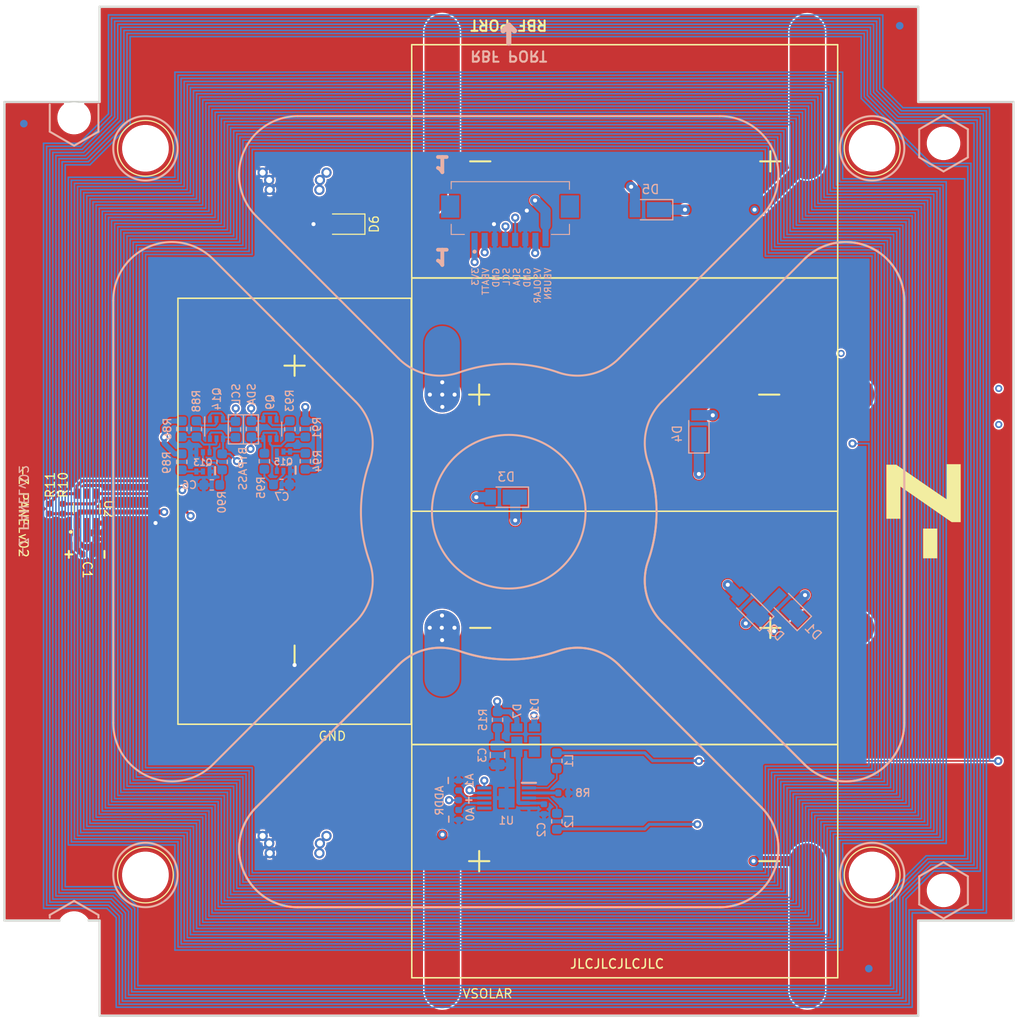
<source format=kicad_pcb>
(kicad_pcb (version 20200104) (host pcbnew "(5.99.0-868-g2a1594d07)")
  (layers (0 "F.Cu" signal) (1 "In1.Cu" signal hide) (2 "In2.Cu" signal hide) (3 "In3.Cu" signal hide) (4 "In4.Cu" signal hide) (31 "B.Cu" signal) (34 "B.Paste" user hide) (35 "F.Paste" user hide) (36 "B.SilkS" user) (37 "F.SilkS" user) (38 "B.Mask" user hide) (39 "F.Mask" user) (44 "Edge.Cuts" user))
  (net 0 "")
  (net 1 "GND")
  (net 2 "+3V3")
  (net 3 "Net-(C2-Pad1)")
  (net 4 "Net-(D1-Pad2)")
  (net 5 "Net-(J2-PadMP1)")
  (net 6 "SDA")
  (net 7 "SCL")
  (net 8 "Net-(R1-Pad1)")
  (net 9 "Net-(R5-Pad1)")
  (net 10 "Net-(R8-Pad2)")
  (net 11 "/torque-coil")
  (net 12 "VBATT")
  (net 13 "Net-(L1-Pad2)")
  (net 14 "Net-(L2-Pad2)")
  (net 15 "/VBURN")
  (net 16 "/VSOLAR")
  (net 17 "Net-(D2-Pad2)")
  (net 18 "Net-(D3-Pad2)")
  (net 19 "Net-(D4-Pad2)")
  (net 20 "Net-(D5-Pad2)")
  (net 21 "Net-(R4-Pad1)")
  (net 22 "Net-(U1-Pad6)")
  (net 23 "Net-(U2-Pad5)")
  (net 24 "Net-(C6-Pad1)")
  (net 25 "Net-(C7-Pad1)")
  (net 26 "SDA1_b4iso")
  (net 27 "SCL1_b4iso")
  (net 28 "Net-(Q9-Pad2)")
  (net 29 "Net-(Q15-Pad3)")
  (net 30 "Net-(Q13-Pad6)")
  (net 31 "Net-(Q13-Pad2)")
  (net 32 "Net-(Q14-Pad2)")
  (net 33 "Net-(Q15-Pad5)")
  (module "custom-footprints:TSL2561" (layer "F.Cu") (at 106.9741 104.7369 90)
    (fp_text reference "U2" (at -0.0381 2.1824 270 unlocked) (layer "F.SilkS") (effects (font (size 0.889 0.889) (thickness 0.127))))
    (fp_text value "TSL2561" hide)
    (pad "6" smd rect (at 1.45 -0.95 180) (size 0.7 1) (layers "F.Cu" "F.Paste" "F.Mask") (net 6 "SDA"))
    (pad "5" smd rect (at 1.45 0 180) (size 0.7 1) (layers "F.Cu" "F.Paste" "F.Mask") (net 23 "Net-(U2-Pad5)"))
    (pad "4" smd rect (at 1.45 0.95 180) (size 0.7 1) (layers "F.Cu" "F.Paste" "F.Mask") (net 7 "SCL"))
    (pad "3" smd rect (at -1.45 0.95 180) (size 0.7 1) (layers "F.Cu" "F.Paste" "F.Mask") (net 1 "GND"))
    (pad "2" smd rect (at -1.45 0 180) (size 0.7 1) (layers "F.Cu" "F.Paste" "F.Mask") (net 8 "Net-(R1-Pad1)"))
    (pad "1" smd rect (at -1.45 -0.95 180) (size 0.7 1) (layers "F.Cu" "F.Paste" "F.Mask") (net 2 "+3V3"))
  )
  (module "custom-footprints:holliday" (layer "F.Cu") (at 114.427 124.206 -90)
    (fp_text reference "Ref**" hide)
    (fp_text value "Val**" hide)
  )
  (module "Resistor_SMD:R_0402_1005Metric" (layer "F.Cu") (at 103.251 104.775 -90)
    (fp_text reference "R11" (at -2.3495 -0.127 -90) (layer "F.SilkS") (effects (font (size 0.889 0.889) (thickness 0.127))))
    (fp_text value "10K")
    (pad "2" smd roundrect (at 0.485 0 270) (size 0.59 0.64) (layers "F.Cu" "F.Paste" "F.Mask") (net 2 "+3V3"))
    (pad "1" smd roundrect (at -0.485 0 270) (size 0.59 0.64) (layers "F.Cu" "F.Paste" "F.Mask") (net 6 "SDA"))
  )
  (module "Resistor_SMD:R_0402_1005Metric" (layer "F.Cu") (at 104.648 104.775 -90)
    (fp_text reference "R10" (at -2.3495 0 -90) (layer "F.SilkS") (effects (font (size 0.889 0.889) (thickness 0.127))))
    (fp_text value "10K")
    (pad "2" smd roundrect (at 0.485 0 270) (size 0.59 0.64) (layers "F.Cu" "F.Paste" "F.Mask") (net 2 "+3V3"))
    (pad "1" smd roundrect (at -0.485 0 270) (size 0.59 0.64) (layers "F.Cu" "F.Paste" "F.Mask") (net 7 "SCL"))
  )
  (module "Fiducial:Fiducial_0.75mm_Mask1.5mm" (layer "B.Cu") (at 187.1345 57.15)
    (fp_text reference "FID3" hide)
    (fp_text value "Fiducial")
    (pad "" smd circle (at 0 0) (size 0.75 0.75) (layers "B.Cu" "B.Mask") (clearance 0.375))
  )
  (module "Fiducial:Fiducial_0.75mm_Mask1.5mm" (layer "B.Cu") (at 184.0865 150.114)
    (fp_text reference "FID2" hide)
    (fp_text value "Fiducial")
    (pad "" smd circle (at 0 0) (size 0.75 0.75) (layers "B.Cu" "B.Mask") (clearance 0.375))
  )
  (module "Fiducial:Fiducial_0.75mm_Mask1.5mm" (layer "B.Cu") (at 100.7745 66.802)
    (fp_text reference "FID1" hide)
    (fp_text value "Fiducial")
    (pad "" smd circle (at 0 0) (size 0.75 0.75) (layers "B.Cu" "B.Mask") (clearance 0.375))
  )
  (module "custom-footprints:DRV8830DGQR" (layer "B.Cu") (at 148.375499 133.294167 180)
    (fp_text reference "U1" (at 0.0274 -2.2193 unlocked) (layer "B.SilkS") (effects (font (size 0.762 0.762) (thickness 0.127)) (justify mirror)))
    (fp_text value "DRV8830DGQR" hide)
    (pad "1" smd rect (at -2.2 1 90) (size 0.3 1.4) (layers "B.Cu" "B.Paste" "B.Mask") (net 13 "Net-(L1-Pad2)"))
    (pad "2" smd rect (at -2.2 0.5 90) (size 0.3 1.4) (layers "B.Cu" "B.Paste" "B.Mask") (net 10 "Net-(R8-Pad2)"))
    (pad "3" smd rect (at -2.2 0 90) (size 0.3 1.4) (layers "B.Cu" "B.Paste" "B.Mask") (net 14 "Net-(L2-Pad2)"))
    (pad "4" smd rect (at -2.2 -0.5 90) (size 0.3 1.4) (layers "B.Cu" "B.Paste" "B.Mask") (net 3 "Net-(C2-Pad1)"))
    (pad "5" smd rect (at -2.2 -1 90) (size 0.3 1.4) (layers "B.Cu" "B.Paste" "B.Mask") (net 1 "GND"))
    (pad "6" smd rect (at 2.2 -1 90) (size 0.3 1.4) (layers "B.Cu" "B.Paste" "B.Mask") (net 22 "Net-(U1-Pad6)"))
    (pad "7" smd rect (at 2.2 -0.5 90) (size 0.3 1.4) (layers "B.Cu" "B.Paste" "B.Mask") (net 9 "Net-(R5-Pad1)"))
    (pad "8" smd rect (at 2.2 0 90) (size 0.3 1.4) (layers "B.Cu" "B.Paste" "B.Mask") (net 21 "Net-(R4-Pad1)"))
    (pad "9" smd rect (at 2.2 0.5 90) (size 0.3 1.4) (layers "B.Cu" "B.Paste" "B.Mask") (net 6 "SDA"))
    (pad "10" smd rect (at 2.2 1 90) (size 0.3 1.4) (layers "B.Cu" "B.Paste" "B.Mask") (net 7 "SCL"))
    (pad "11" smd rect (at 0 0 180) (size 1.57 1.88) (layers "B.Cu" "B.Paste" "B.Mask") (net 1 "GND"))
  )
  (module "Resistor_SMD:R_0402_1005Metric" (layer "B.Cu") (at 153.963499 132.794167 180)
    (fp_text reference "R8" (at -1.9304 0.008 unlocked) (layer "B.SilkS") (effects (font (size 0.762 0.762) (thickness 0.127)) (justify mirror)))
    (fp_text value "0")
    (pad "1" smd roundrect (at -0.485 0 180) (size 0.59 0.64) (layers "B.Cu" "B.Paste" "B.Mask") (net 1 "GND"))
    (pad "2" smd roundrect (at 0.485 0 180) (size 0.59 0.64) (layers "B.Cu" "B.Paste" "B.Mask") (net 10 "Net-(R8-Pad2)"))
  )
  (module "Capacitor_SMD:C_0805_2012Metric" (layer "B.Cu") (at 147.479419 129.059327 -90)
    (fp_text reference "C3" (at 0 1.4986 -270 unlocked) (layer "B.SilkS") (effects (font (size 0.762 0.762) (thickness 0.127)) (justify mirror)))
    (fp_text value "10uF")
    (pad "1" smd roundrect (at -0.9375 0 270) (size 0.975 1.4) (layers "B.Cu" "B.Paste" "B.Mask") (net 3 "Net-(C2-Pad1)"))
    (pad "2" smd roundrect (at 0.9375 0 270) (size 0.975 1.4) (layers "B.Cu" "B.Paste" "B.Mask") (net 1 "GND"))
  )
  (module "Inductor_SMD:L_0603_1608Metric" (layer "B.Cu") (at 153.328499 135.592867 90)
    (fp_text reference "L2" (at 0 1.2065 90) (layer "B.SilkS") (effects (font (size 0.762 0.762) (thickness 0.127)) (justify mirror)))
    (fp_text value "TBD")
    (pad "1" smd roundrect (at -0.7875 0 90) (size 0.875 0.95) (layers "B.Cu" "B.Paste" "B.Mask") (net 11 "/torque-coil"))
    (pad "2" smd roundrect (at 0.7875 0 90) (size 0.875 0.95) (layers "B.Cu" "B.Paste" "B.Mask") (net 14 "Net-(L2-Pad2)"))
  )
  (module "Resistor_SMD:R_0402_1005Metric" (layer "B.Cu") (at 143.644019 133.989467 90)
    (fp_text reference "R5" hide)
    (fp_text value "0")
    (pad "1" smd roundrect (at -0.485 0 90) (size 0.59 0.64) (layers "B.Cu" "B.Paste" "B.Mask") (net 9 "Net-(R5-Pad1)"))
    (pad "2" smd roundrect (at 0.485 0 90) (size 0.59 0.64) (layers "B.Cu" "B.Paste" "B.Mask") (net 2 "+3V3"))
  )
  (module "Inductor_SMD:L_0603_1608Metric" (layer "B.Cu") (at 153.328499 129.623867 -90)
    (fp_text reference "L1" (at 0 -1.2065 -270) (layer "B.SilkS") (effects (font (size 0.762 0.762) (thickness 0.127)) (justify mirror)))
    (fp_text value "TBD")
    (pad "1" smd roundrect (at -0.7875 0 270) (size 0.875 0.95) (layers "B.Cu" "B.Paste" "B.Mask") (net 11 "/torque-coil"))
    (pad "2" smd roundrect (at 0.7875 0 270) (size 0.875 0.95) (layers "B.Cu" "B.Paste" "B.Mask") (net 13 "Net-(L1-Pad2)"))
  )
  (module "Resistor_SMD:R_0402_1005Metric" (layer "B.Cu") (at 143.644019 134.954667 90)
    (fp_text reference "R7" hide)
    (fp_text value "0")
    (pad "1" smd roundrect (at -0.485 0 90) (size 0.59 0.64) (layers "B.Cu" "B.Paste" "B.Mask") (net 1 "GND"))
    (pad "2" smd roundrect (at 0.485 0 90) (size 0.59 0.64) (layers "B.Cu" "B.Paste" "B.Mask") (net 9 "Net-(R5-Pad1)"))
  )
  (module "Resistor_SMD:R_0402_1005Metric" (layer "B.Cu") (at 143.644019 133.024267 -90)
    (fp_text reference "R4" hide)
    (fp_text value "0")
    (pad "1" smd roundrect (at -0.485 0 270) (size 0.59 0.64) (layers "B.Cu" "B.Paste" "B.Mask") (net 21 "Net-(R4-Pad1)"))
    (pad "2" smd roundrect (at 0.485 0 270) (size 0.59 0.64) (layers "B.Cu" "B.Paste" "B.Mask") (net 2 "+3V3"))
  )
  (module "Resistor_SMD:R_0402_1005Metric" (layer "B.Cu") (at 143.644019 132.059067 -90)
    (fp_text reference "R6" hide)
    (fp_text value "0")
    (pad "1" smd roundrect (at -0.485 0 270) (size 0.59 0.64) (layers "B.Cu" "B.Paste" "B.Mask") (net 1 "GND"))
    (pad "2" smd roundrect (at 0.485 0 270) (size 0.59 0.64) (layers "B.Cu" "B.Paste" "B.Mask") (net 21 "Net-(R4-Pad1)"))
  )
  (module "Capacitor_SMD:C_0402_1005Metric" (layer "B.Cu") (at 152.058499 134.386367 -90)
    (fp_text reference "C2" (at 2.032 0.254 -270 unlocked) (layer "B.SilkS") (effects (font (size 0.762 0.762) (thickness 0.127)) (justify mirror)))
    (fp_text value "0.1uF")
    (pad "1" smd roundrect (at -0.485 0 270) (size 0.59 0.64) (layers "B.Cu" "B.Paste" "B.Mask") (net 3 "Net-(C2-Pad1)"))
    (pad "2" smd roundrect (at 0.485 0 270) (size 0.59 0.64) (layers "B.Cu" "B.Paste" "B.Mask") (net 1 "GND"))
  )
  (module "custom-footprints:SOD-323HE" (layer "B.Cu") (at 151.111619 127.687727 90)
    (fp_text reference "D10" (at 3.1623 0.0254 90) (layer "B.SilkS") (effects (font (size 0.762 0.762) (thickness 0.127)) (justify mirror)))
    (fp_text value "SBD")
    (pad "1" smd rect (at -0.55 0 90) (size 2 1.1) (layers "B.Cu" "B.Paste" "B.Mask") (net 3 "Net-(C2-Pad1)"))
    (pad "2" smd rect (at 1.35 0 90) (size 0.8 1.1) (layers "B.Cu" "B.Paste" "B.Mask") (net 12 "VBATT"))
  )
  (module "custom-footprints:SOD-323HE" (layer "B.Cu") (at 149.384419 127.687727 90)
    (fp_text reference "D7" (at 2.9718 0.0381 90) (layer "B.SilkS") (effects (font (size 0.762 0.762) (thickness 0.127)) (justify mirror)))
    (fp_text value "SBD")
    (pad "1" smd rect (at -0.55 0 90) (size 2 1.1) (layers "B.Cu" "B.Paste" "B.Mask") (net 3 "Net-(C2-Pad1)"))
    (pad "2" smd rect (at 1.35 0 90) (size 0.8 1.1) (layers "B.Cu" "B.Paste" "B.Mask") (net 2 "+3V3"))
  )
  (module "Resistor_SMD:R_0603_1608Metric" (layer "B.Cu") (at 147.479419 125.579527 -90)
    (fp_text reference "R15" (at 0 1.43 -270) (layer "B.SilkS") (effects (font (size 0.762 0.762) (thickness 0.127)) (justify mirror)))
    (fp_text value "0")
    (pad "1" smd roundrect (at -0.7875 0 270) (size 0.875 0.95) (layers "B.Cu" "B.Paste" "B.Mask") (net 2 "+3V3"))
    (pad "2" smd roundrect (at 0.7875 0 270) (size 0.875 0.95) (layers "B.Cu" "B.Paste" "B.Mask") (net 3 "Net-(C2-Pad1)"))
  )
  (module "Resistor_SMD:R_0603_1608Metric" (layer "B.Cu") (at 116.342183 100.149844 90)
    (fp_text reference "R89" (at -0.073213 -1.480644 90) (layer "B.SilkS") (effects (font (size 0.762 0.762) (thickness 0.127)) (justify mirror)))
    (fp_text value "10K")
    (pad "1" smd roundrect (at -0.7875 0 90) (size 0.875 0.95) (layers "B.Cu" "B.Paste" "B.Mask") (net 31 "Net-(Q13-Pad2)"))
    (pad "2" smd roundrect (at 0.7875 0 90) (size 0.875 0.95) (layers "B.Cu" "B.Paste" "B.Mask") (net 2 "+3V3"))
  )
  (module "Resistor_SMD:R_0603_1608Metric" (layer "B.Cu") (at 128.531619 100.088843 -90)
    (fp_text reference "R94" (at -0.012843 -1.198881 90) (layer "B.SilkS") (effects (font (size 0.762 0.762) (thickness 0.127)) (justify mirror)))
    (fp_text value "10K")
    (pad "1" smd roundrect (at -0.7875 0 270) (size 0.875 0.95) (layers "B.Cu" "B.Paste" "B.Mask") (net 33 "Net-(Q15-Pad5)"))
    (pad "2" smd roundrect (at 0.7875 0 270) (size 0.875 0.95) (layers "B.Cu" "B.Paste" "B.Mask") (net 2 "+3V3"))
  )
  (module "custom-footprints:BSS138DWQ-7" (layer "B.Cu") (at 118.4364 100.149844 90)
    (fp_text reference "Q13" (at -0.053156 -0.0089 180) (layer "B.SilkS") (effects (font (size 0.635 0.635) (thickness 0.127)) (justify mirror)))
    (fp_text value "BSS138DWQ-7" hide)
    (pad "6" smd rect (at 0.95 0.65) (size 0.4 0.6) (layers "B.Cu" "B.Paste" "B.Mask") (net 30 "Net-(Q13-Pad6)"))
    (pad "5" smd rect (at 0.95 0) (size 0.4 0.6) (layers "B.Cu" "B.Paste" "B.Mask") (net 24 "Net-(C6-Pad1)"))
    (pad "4" smd rect (at 0.95 -0.65) (size 0.4 0.6) (layers "B.Cu" "B.Paste" "B.Mask") (net 1 "GND"))
    (pad "3" smd rect (at -0.95 -0.65) (size 0.4 0.6) (layers "B.Cu" "B.Paste" "B.Mask") (net 31 "Net-(Q13-Pad2)"))
    (pad "2" smd rect (at -0.95 0) (size 0.4 0.6) (layers "B.Cu" "B.Paste" "B.Mask") (net 31 "Net-(Q13-Pad2)"))
    (pad "1" smd rect (at -0.95 0.65) (size 0.4 0.6) (layers "B.Cu" "B.Paste" "B.Mask") (net 1 "GND"))
  )
  (module "Resistor_SMD:R_0603_1608Metric" (layer "B.Cu") (at 128.531619 96.911001 -90)
    (fp_text reference "R91" (at -0.100441 -1.147342 90) (layer "B.SilkS") (effects (font (size 0.762 0.762) (thickness 0.127)) (justify mirror)))
    (fp_text value "10K")
    (pad "2" smd roundrect (at 0.7875 0 270) (size 0.875 0.95) (layers "B.Cu" "B.Paste" "B.Mask") (net 29 "Net-(Q15-Pad3)"))
    (pad "1" smd roundrect (at -0.7875 0 270) (size 0.875 0.95) (layers "B.Cu" "B.Paste" "B.Mask") (net 2 "+3V3"))
  )
  (module "Resistor_SMD:R_0603_1608Metric" (layer "B.Cu") (at 127.002845 96.918323 -90)
    (fp_text reference "R93" (at -2.80184 0.017961 90) (layer "B.SilkS") (effects (font (size 0.762 0.762) (thickness 0.127)) (justify mirror)))
    (fp_text value "600")
    (pad "2" smd roundrect (at 0.7875 0 270) (size 0.875 0.95) (layers "B.Cu" "B.Paste" "B.Mask") (net 29 "Net-(Q15-Pad3)"))
    (pad "1" smd roundrect (at -0.7875 0 270) (size 0.875 0.95) (layers "B.Cu" "B.Paste" "B.Mask") (net 28 "Net-(Q9-Pad2)"))
  )
  (module "Resistor_SMD:R_0603_1608Metric" (layer "B.Cu") (at 124.493018 100.088843 90)
    (fp_text reference "R95" (at -2.603784 -0.336914 90) (layer "B.SilkS") (effects (font (size 0.762 0.762) (thickness 0.127)) (justify mirror)))
    (fp_text value "100K")
    (pad "2" smd roundrect (at 0.7875 0 90) (size 0.875 0.95) (layers "B.Cu" "B.Paste" "B.Mask") (net 6 "SDA"))
    (pad "1" smd roundrect (at -0.7875 0 90) (size 0.875 0.95) (layers "B.Cu" "B.Paste" "B.Mask") (net 25 "Net-(C7-Pad1)"))
  )
  (module "Resistor_SMD:R_0603_1608Metric" (layer "B.Cu") (at 117.787419 96.911001 90)
    (fp_text reference "R88" (at 2.749617 -0.007297 90) (layer "B.SilkS") (effects (font (size 0.762 0.762) (thickness 0.127)) (justify mirror)))
    (fp_text value "600")
    (pad "2" smd roundrect (at 0.7875 0 90) (size 0.875 0.95) (layers "B.Cu" "B.Paste" "B.Mask") (net 32 "Net-(Q14-Pad2)"))
    (pad "1" smd roundrect (at -0.7875 0 90) (size 0.875 0.95) (layers "B.Cu" "B.Paste" "B.Mask") (net 30 "Net-(Q13-Pad6)"))
  )
  (module "Resistor_SMD:R_0603_1608Metric" (layer "B.Cu") (at 120.328701 100.149844 90)
    (fp_text reference "R90" (at -3.979625 -0.034107 90) (layer "B.SilkS") (effects (font (size 0.762 0.762) (thickness 0.127)) (justify mirror)))
    (fp_text value "100K")
    (pad "1" smd roundrect (at -0.7875 0 90) (size 0.875 0.95) (layers "B.Cu" "B.Paste" "B.Mask") (net 24 "Net-(C6-Pad1)"))
    (pad "2" smd roundrect (at 0.7875 0 90) (size 0.875 0.95) (layers "B.Cu" "B.Paste" "B.Mask") (net 7 "SCL"))
  )
  (module "Package_TO_SOT_SMD:SOT-363_SC-70-6" (layer "B.Cu") (at 119.768619 96.911001 -90)
    (fp_text reference "Q14" (at -2.974123 -0.032061 90) (layer "B.SilkS") (effects (font (size 0.762 0.762) (thickness 0.127)) (justify mirror)))
    (fp_text value "MBT2222ADW1T1")
    (pad "6" smd rect (at 0.95 0.65 270) (size 0.65 0.4) (layers "B.Cu" "B.Paste" "B.Mask") (net 7 "SCL"))
    (pad "4" smd rect (at 0.95 -0.65 270) (size 0.65 0.4) (layers "B.Cu" "B.Paste" "B.Mask") (net 7 "SCL"))
    (pad "2" smd rect (at -0.95 0 270) (size 0.65 0.4) (layers "B.Cu" "B.Paste" "B.Mask") (net 32 "Net-(Q14-Pad2)"))
    (pad "5" smd rect (at 0.95 0 270) (size 0.65 0.4) (layers "B.Cu" "B.Paste" "B.Mask") (net 30 "Net-(Q13-Pad6)"))
    (pad "3" smd rect (at -0.95 -0.65 270) (size 0.65 0.4) (layers "B.Cu" "B.Paste" "B.Mask") (net 27 "SCL1_b4iso"))
    (pad "1" smd rect (at -0.95 0.65 270) (size 0.65 0.4) (layers "B.Cu" "B.Paste" "B.Mask") (net 27 "SCL1_b4iso"))
  )
  (module "Resistor_SMD:R_0603_1608Metric" (layer "B.Cu") (at 123.213178 96.900363 -90)
    (fp_text reference "R80" hide)
    (fp_text value "0")
    (pad "2" smd roundrect (at 0.7875 0 270) (size 0.875 0.95) (layers "B.Cu" "B.Paste" "B.Mask") (net 6 "SDA"))
    (pad "1" smd roundrect (at -0.7875 0 270) (size 0.875 0.95) (layers "B.Cu" "B.Paste" "B.Mask") (net 26 "SDA1_b4iso"))
  )
  (module "Capacitor_SMD:C_0603_1608Metric" (layer "B.Cu") (at 119.306765 102.42322 180)
    (fp_text reference "C6" (at 2.212765 -0.00228 180) (layer "B.SilkS") (effects (font (size 0.762 0.762) (thickness 0.127)) (justify mirror)))
    (fp_text value "10nF")
    (pad "2" smd roundrect (at 0.7875 0 180) (size 0.875 0.95) (layers "B.Cu" "B.Paste" "B.Mask") (net 1 "GND"))
    (pad "1" smd roundrect (at -0.7875 0 180) (size 0.875 0.95) (layers "B.Cu" "B.Paste" "B.Mask") (net 24 "Net-(C6-Pad1)"))
  )
  (module "Resistor_SMD:R_0603_1608Metric" (layer "B.Cu") (at 116.352261 96.911001 -90)
    (fp_text reference "R86" (at 0 1.43 90) (layer "B.SilkS") (effects (font (size 0.762 0.762) (thickness 0.127)) (justify mirror)))
    (fp_text value "10K")
    (pad "2" smd roundrect (at 0.7875 0 270) (size 0.875 0.95) (layers "B.Cu" "B.Paste" "B.Mask") (net 30 "Net-(Q13-Pad6)"))
    (pad "1" smd roundrect (at -0.7875 0 270) (size 0.875 0.95) (layers "B.Cu" "B.Paste" "B.Mask") (net 2 "+3V3"))
  )
  (module "Capacitor_SMD:C_0603_1608Metric" (layer "B.Cu") (at 126.176662 102.378319)
    (fp_text reference "C7" (at 0.044901 1.212335 180) (layer "B.SilkS") (effects (font (size 0.762 0.762) (thickness 0.127)) (justify mirror)))
    (fp_text value "10nF")
    (pad "2" smd roundrect (at 0.7875 0) (size 0.875 0.95) (layers "B.Cu" "B.Paste" "B.Mask") (net 1 "GND"))
    (pad "1" smd roundrect (at -0.7875 0) (size 0.875 0.95) (layers "B.Cu" "B.Paste" "B.Mask") (net 25 "Net-(C7-Pad1)"))
  )
  (module "Package_TO_SOT_SMD:SOT-363_SC-70-6" (layer "B.Cu") (at 125.041421 96.911001 -90)
    (fp_text reference "Q9" (at -2.659814 -0.01271 90) (layer "B.SilkS") (effects (font (size 0.762 0.762) (thickness 0.127)) (justify mirror)))
    (fp_text value "MBT2222ADW1T1")
    (pad "6" smd rect (at 0.95 0.65 270) (size 0.65 0.4) (layers "B.Cu" "B.Paste" "B.Mask") (net 6 "SDA"))
    (pad "4" smd rect (at 0.95 -0.65 270) (size 0.65 0.4) (layers "B.Cu" "B.Paste" "B.Mask") (net 6 "SDA"))
    (pad "2" smd rect (at -0.95 0 270) (size 0.65 0.4) (layers "B.Cu" "B.Paste" "B.Mask") (net 28 "Net-(Q9-Pad2)"))
    (pad "5" smd rect (at 0.95 0 270) (size 0.65 0.4) (layers "B.Cu" "B.Paste" "B.Mask") (net 29 "Net-(Q15-Pad3)"))
    (pad "3" smd rect (at -0.95 -0.65 270) (size 0.65 0.4) (layers "B.Cu" "B.Paste" "B.Mask") (net 26 "SDA1_b4iso"))
    (pad "1" smd rect (at -0.95 0.65 270) (size 0.65 0.4) (layers "B.Cu" "B.Paste" "B.Mask") (net 26 "SDA1_b4iso"))
  )
  (module "Resistor_SMD:R_0603_1608Metric" (layer "B.Cu") (at 121.641632 96.945264 -90)
    (fp_text reference "R79" hide)
    (fp_text value "0")
    (pad "2" smd roundrect (at 0.7875 0 270) (size 0.875 0.95) (layers "B.Cu" "B.Paste" "B.Mask") (net 7 "SCL"))
    (pad "1" smd roundrect (at -0.7875 0 270) (size 0.875 0.95) (layers "B.Cu" "B.Paste" "B.Mask") (net 27 "SCL1_b4iso"))
  )
  (module "custom-footprints:BSS138DWQ-7" (layer "B.Cu") (at 126.372619 100.088844 90)
    (fp_text reference "Q15" (at -0.050656 -0.007619) (layer "B.SilkS") (effects (font (size 0.635 0.635) (thickness 0.127)) (justify mirror)))
    (fp_text value "BSS138DWQ-7" hide)
    (pad "6" smd rect (at 0.95 0.65) (size 0.4 0.6) (layers "B.Cu" "B.Paste" "B.Mask") (net 33 "Net-(Q15-Pad5)"))
    (pad "5" smd rect (at 0.95 0) (size 0.4 0.6) (layers "B.Cu" "B.Paste" "B.Mask") (net 33 "Net-(Q15-Pad5)"))
    (pad "4" smd rect (at 0.95 -0.65) (size 0.4 0.6) (layers "B.Cu" "B.Paste" "B.Mask") (net 1 "GND"))
    (pad "3" smd rect (at -0.95 -0.65) (size 0.4 0.6) (layers "B.Cu" "B.Paste" "B.Mask") (net 29 "Net-(Q15-Pad3)"))
    (pad "2" smd rect (at -0.95 0) (size 0.4 0.6) (layers "B.Cu" "B.Paste" "B.Mask") (net 25 "Net-(C7-Pad1)"))
    (pad "1" smd rect (at -0.95 0.65) (size 0.4 0.6) (layers "B.Cu" "B.Paste" "B.Mask") (net 1 "GND"))
  )
  (module "Resistor_SMD:R_0402_1005Metric" (layer "F.Cu") (at 106.48442 107.7595 180)
    (fp_text reference "R1" hide)
    (fp_text value "0")
    (pad "2" smd roundrect (at 0.485 0 180) (size 0.59 0.64) (layers "F.Cu" "F.Paste" "F.Mask") (net 2 "+3V3"))
    (pad "1" smd roundrect (at -0.485 0 180) (size 0.59 0.64) (layers "F.Cu" "F.Paste" "F.Mask") (net 8 "Net-(R1-Pad1)"))
  )
  (module "Resistor_SMD:R_0402_1005Metric" (layer "F.Cu") (at 107.4547 107.7595 180)
    (fp_text reference "R2" hide)
    (fp_text value "0")
    (pad "2" smd roundrect (at 0.485 0 180) (size 0.59 0.64) (layers "F.Cu" "F.Paste" "F.Mask") (net 8 "Net-(R1-Pad1)"))
    (pad "1" smd roundrect (at -0.485 0 180) (size 0.59 0.64) (layers "F.Cu" "F.Paste" "F.Mask") (net 1 "GND"))
  )
  (module "Capacitor_SMD:C_0402_1005Metric" (layer "F.Cu") (at 107.0356 109.2708)
    (fp_text reference "C1" (at 0 1.524 270 unlocked) (layer "F.SilkS") (effects (font (size 0.889 0.889) (thickness 0.127))))
    (fp_text value "0.1uF")
    (pad "1" smd roundrect (at -0.485 0) (size 0.59 0.64) (layers "F.Cu" "F.Paste" "F.Mask") (net 2 "+3V3"))
    (pad "2" smd roundrect (at 0.485 0) (size 0.59 0.64) (layers "F.Cu" "F.Paste" "F.Mask") (net 1 "GND"))
  )
  (module "Diode_SMD:D_PowerDI-123" (layer "B.Cu") (at 176.1744 114.5286 135)
    (fp_text reference "D1" (at -3.377918 0.069188 135) (layer "B.SilkS") (effects (font (size 0.889 0.889) (thickness 0.127)) (justify mirror)))
    (fp_text value "SBD")
    (pad "1" smd rect (at -0.85 0 315) (size 2.4 1.5) (layers "B.Cu" "B.Paste" "B.Mask") (net 16 "/VSOLAR"))
    (pad "2" smd rect (at 1.525 0 315) (size 1.05 1.5) (layers "B.Cu" "B.Paste" "B.Mask") (net 4 "Net-(D1-Pad2)"))
  )
  (module "Diode_SMD:D_PowerDI-123" (layer "B.Cu") (at 172.466 114.554 135)
    (fp_text reference "D2" (at -3.4318 0.015306 315) (layer "B.SilkS") (effects (font (size 0.889 0.889) (thickness 0.127)) (justify mirror)))
    (fp_text value "SBD")
    (pad "1" smd rect (at -0.85 0 315) (size 2.4 1.5) (layers "B.Cu" "B.Paste" "B.Mask") (net 4 "Net-(D1-Pad2)"))
    (pad "2" smd rect (at 1.525 0 315) (size 1.05 1.5) (layers "B.Cu" "B.Paste" "B.Mask") (net 17 "Net-(D2-Pad2)"))
  )
  (module "MountingHole:MountingHole_4.3mm_M4" (layer "F.Cu") (at 112.766027 140.881753)
    (fp_text reference "H4" hide)
    (fp_text value "MountingHole")
    (pad "1" np_thru_hole circle (at 0 0) (size 4.3 4.3) (drill 4.3) (layers *.Cu *.Mask))
  )
  (module "MountingHole:MountingHole_4.3mm_M4" (layer "F.Cu") (at 184.416027 140.881753)
    (fp_text reference "H3" hide)
    (fp_text value "MountingHole")
    (pad "1" np_thru_hole circle (at 0 0) (size 4.3 4.3) (drill 4.3) (layers *.Cu *.Mask))
  )
  (module "MountingHole:MountingHole_4.3mm_M4" (layer "F.Cu") (at 184.416027 69.231753)
    (fp_text reference "H2" hide)
    (fp_text value "MountingHole")
    (pad "1" np_thru_hole circle (at 0 0) (size 4.3 4.3) (drill 4.3) (layers *.Cu *.Mask))
  )
  (module "MountingHole:MountingHole_4.3mm_M4" (layer "F.Cu") (at 112.766027 69.231753)
    (fp_text reference "H1" hide)
    (fp_text value "MountingHole")
    (pad "1" np_thru_hole circle (at 0 0) (size 4.3 4.3) (drill 4.3) (layers *.Cu *.Mask))
  )
  (module "custom-footprints:BURN_WIRE" (layer "F.Cu") (at 124.968 73.66 180)
    (fp_text reference "F2" hide)
    (fp_text value "BURN_TERM" hide)
    (pad "2" thru_hole circle (at 0 1.3) (size 1.016 1.016) (drill 0.6) (layers *.Cu *.Mask) (net 1 "GND"))
    (pad "2" thru_hole circle (at -0.05 0.332 90) (size 1.016 1.016) (drill 0.6) (layers *.Cu *.Mask) (net 1 "GND"))
    (pad "2" thru_hole circle (at 0.65 2.032 315) (size 1.016 1.016) (drill 0.6) (layers *.Cu *.Mask) (net 1 "GND"))
    (pad "1" thru_hole circle (at -5 1.3 180) (size 1.016 1.016) (drill 0.6) (layers *.Cu *.Mask) (net 15 "/VBURN"))
    (pad "1" thru_hole circle (at -4.95 0.332 90) (size 1.016 1.016) (drill 0.6) (layers *.Cu *.Mask) (net 15 "/VBURN"))
    (pad "1" thru_hole circle (at -5.65 2.032 225) (size 1.016 1.016) (drill 0.6) (layers *.Cu *.Mask) (net 15 "/VBURN"))
  )
  (module "Diode_SMD:D_PowerDI-123" (layer "F.Cu") (at 132.207 76.708 180)
    (fp_text reference "D6" (at -3.1115 0 90) (layer "F.SilkS") (effects (font (size 0.889 0.889) (thickness 0.127))))
    (fp_text value "SBD")
    (pad "2" smd rect (at 1.525 0) (size 1.05 1.5) (layers "F.Cu" "F.Paste" "F.Mask") (net 1 "GND"))
    (pad "1" smd rect (at -0.85 0) (size 2.4 1.5) (layers "F.Cu" "F.Paste" "F.Mask") (net 20 "Net-(D5-Pad2)"))
  )
  (module "custom-footprints:BURN_WIRE" (layer "F.Cu") (at 124.968 139.065 180)
    (fp_text reference "F1" hide)
    (fp_text value "BURN_TERM" hide)
    (pad "2" thru_hole circle (at 0 1.3) (size 1.016 1.016) (drill 0.6) (layers *.Cu *.Mask) (net 1 "GND"))
    (pad "2" thru_hole circle (at -0.05 0.332 90) (size 1.016 1.016) (drill 0.6) (layers *.Cu *.Mask) (net 1 "GND"))
    (pad "2" thru_hole circle (at 0.65 2.032 315) (size 1.016 1.016) (drill 0.6) (layers *.Cu *.Mask) (net 1 "GND"))
    (pad "1" thru_hole circle (at -5 1.3 180) (size 1.016 1.016) (drill 0.6) (layers *.Cu *.Mask) (net 15 "/VBURN"))
    (pad "1" thru_hole circle (at -4.95 0.332 90) (size 1.016 1.016) (drill 0.6) (layers *.Cu *.Mask) (net 15 "/VBURN"))
    (pad "1" thru_hole circle (at -5.65 2.032 225) (size 1.016 1.016) (drill 0.6) (layers *.Cu *.Mask) (net 15 "/VBURN"))
  )
  (module "custom-footprints:SM141K06L" (layer "F.Cu") (at 160.027 93.518001 180)
    (fp_text reference "SC3" hide)
    (fp_text value "Solar_Cell")
    (pad "2" smd circle (at -18 0 180) (size 3.5 3.5) (layers "F.Cu" "F.Paste" "F.Mask") (net 19 "Net-(D4-Pad2)"))
    (pad "1" smd circle (at 18 0 180) (size 3.5 3.5) (layers "F.Cu" "F.Paste" "F.Mask") (net 18 "Net-(D3-Pad2)"))
  )
  (module "" (layer "F.Cu") (at 105.731745 66.202201)
    (fp_text reference "@HOLE1" hide)
    (fp_text value "" (at 0 0) (layer "F.SilkS") (effects (font (size 1.27 1.27))))
    (pad "" np_thru_hole circle (at 0 0) (size 3 3) (drill 3) (layers *.Cu *.Mask))
  )
  (module "custom-footprints:SM141K06L" (layer "F.Cu") (at 127.4699 105.018001 90)
    (fp_text reference "SC5" hide)
    (fp_text value "Solar_Cell")
    (pad "2" smd circle (at -18 0 90) (size 3.5 3.5) (layers "F.Cu" "F.Paste" "F.Mask") (net 1 "GND"))
    (pad "1" smd circle (at 18 0 90) (size 3.5 3.5) (layers "F.Cu" "F.Paste" "F.Mask") (net 20 "Net-(D5-Pad2)"))
  )
  (module "custom-footprints:-zpanel" (layer "F.Cu") (at 189.484 105.018001 90)
    (fp_text reference "Ref**" hide)
    (fp_text value "Val**" hide)
  )
  (module "custom-footprints:SM141K06L" (layer "F.Cu") (at 160.02 70.518001)
    (fp_text reference "SC4" hide)
    (fp_text value "Solar_Cell")
    (pad "2" smd circle (at -18 0) (size 3.5 3.5) (layers "F.Cu" "F.Paste" "F.Mask") (net 20 "Net-(D5-Pad2)"))
    (pad "1" smd circle (at 18 0) (size 3.5 3.5) (layers "F.Cu" "F.Paste" "F.Mask") (net 19 "Net-(D4-Pad2)"))
  )
  (module "custom-footprints:SM141K06L" (layer "F.Cu") (at 160.02 116.518001)
    (fp_text reference "SC2" hide)
    (fp_text value "Solar_Cell")
    (pad "2" smd circle (at -18 0) (size 3.5 3.5) (layers "F.Cu" "F.Paste" "F.Mask") (net 18 "Net-(D3-Pad2)"))
    (pad "1" smd circle (at 18 0) (size 3.5 3.5) (layers "F.Cu" "F.Paste" "F.Mask") (net 17 "Net-(D2-Pad2)"))
  )
  (module "custom-footprints:SM141K06L" (layer "F.Cu") (at 160.027 139.518001 180)
    (fp_text reference "SC1" hide)
    (fp_text value "Solar_Cell")
    (pad "2" smd circle (at -18 0 180) (size 3.5 3.5) (layers "F.Cu" "F.Paste" "F.Mask") (net 17 "Net-(D2-Pad2)"))
    (pad "1" smd circle (at 18 0 180) (size 3.5 3.5) (layers "F.Cu" "F.Paste" "F.Mask") (net 4 "Net-(D1-Pad2)"))
  )
  (module "custom-footprints:XF3M108151B" (layer "B.Cu") (at 147.714207 77.724)
    (fp_text reference "J2" hide)
    (fp_text value "XF3M(1)-0815-1B" hide)
    (pad "8" smd rect (at 4.5 0.5) (size 0.6 1.3) (layers "B.Cu" "B.Paste" "B.Mask") (net 15 "/VBURN"))
    (pad "7" smd rect (at 3.5 0.5) (size 0.6 1.3) (layers "B.Cu" "B.Paste" "B.Mask") (net 16 "/VSOLAR"))
    (pad "MP2" smd rect (at 6.9 -2.75) (size 1.8 2.2) (layers "B.Cu" "B.Paste" "B.Mask") (net 5 "Net-(J2-PadMP1)"))
    (pad "MP1" smd rect (at -4.9 -2.75) (size 1.8 2.2) (layers "B.Cu" "B.Paste" "B.Mask") (net 5 "Net-(J2-PadMP1)"))
    (pad "6" smd rect (at 2.5 0.5) (size 0.6 1.3) (layers "B.Cu" "B.Paste" "B.Mask") (net 1 "GND"))
    (pad "5" smd rect (at 1.5 0.5) (size 0.6 1.3) (layers "B.Cu" "B.Paste" "B.Mask") (net 26 "SDA1_b4iso"))
    (pad "4" smd rect (at 0.5 0.5) (size 0.6 1.3) (layers "B.Cu" "B.Paste" "B.Mask") (net 27 "SCL1_b4iso"))
    (pad "3" smd rect (at -0.5 0.5) (size 0.6 1.3) (layers "B.Cu" "B.Paste" "B.Mask") (net 1 "GND"))
    (pad "2" smd rect (at -1.5 0.5) (size 0.6 1.3) (layers "B.Cu" "B.Paste" "B.Mask") (net 12 "VBATT"))
    (pad "1" smd rect (at -2.5 0.5) (size 0.6 1.3) (layers "B.Cu" "B.Paste" "B.Mask") (net 2 "+3V3"))
  )
  (module "Diode_SMD:D_PowerDI-123" (layer "B.Cu") (at 162.56 75.2856 180)
    (fp_text reference "D5" (at 0 2 180) (layer "B.SilkS") (effects (font (size 0.889 0.889) (thickness 0.127)) (justify mirror)))
    (fp_text value "SBD")
    (pad "2" smd rect (at 1.525 0) (size 1.05 1.5) (layers "B.Cu" "B.Paste" "B.Mask") (net 20 "Net-(D5-Pad2)"))
    (pad "1" smd rect (at -0.85 0) (size 2.4 1.5) (layers "B.Cu" "B.Paste" "B.Mask") (net 19 "Net-(D4-Pad2)"))
  )
  (module "Diode_SMD:D_PowerDI-123" (layer "B.Cu") (at 167.3352 97.0788 90)
    (fp_text reference "D4" (at -0.3048 -2.1336 270) (layer "B.SilkS") (effects (font (size 0.889 0.889) (thickness 0.127)) (justify mirror)))
    (fp_text value "SBD")
    (pad "2" smd rect (at 1.525 0 270) (size 1.05 1.5) (layers "B.Cu" "B.Paste" "B.Mask") (net 19 "Net-(D4-Pad2)"))
    (pad "1" smd rect (at -0.85 0 270) (size 2.4 1.5) (layers "B.Cu" "B.Paste" "B.Mask") (net 18 "Net-(D3-Pad2)"))
  )
  (module "Diode_SMD:D_PowerDI-123" (layer "B.Cu") (at 148.336 103.632 180)
    (fp_text reference "D3" (at 0 2 180) (layer "B.SilkS") (effects (font (size 0.889 0.889) (thickness 0.127)) (justify mirror)))
    (fp_text value "SBD")
    (pad "2" smd rect (at 1.525 0) (size 1.05 1.5) (layers "B.Cu" "B.Paste" "B.Mask") (net 18 "Net-(D3-Pad2)"))
    (pad "1" smd rect (at -0.85 0) (size 2.4 1.5) (layers "B.Cu" "B.Paste" "B.Mask") (net 17 "Net-(D2-Pad2)"))
  )
  (module "" (layer "F.Cu") (at 105.731745 146.112199)
    (fp_text reference "@HOLE0" hide)
    (fp_text value "" (at 0 0) (layer "F.SilkS") (effects (font (size 1.27 1.27))))
    (pad "" np_thru_hole circle (at 0 0) (size 3 3) (drill 3) (layers *.Cu *.Mask))
  )
  (module "" (layer "F.Cu") (at 191.456744 68.742201)
    (fp_text reference "@HOLE2" hide)
    (fp_text value "" (at 0 0) (layer "F.SilkS") (effects (font (size 1.27 1.27))))
    (pad "" np_thru_hole circle (at 0 0) (size 3 3) (drill 3) (layers *.Cu *.Mask))
  )
  (module "" (layer "F.Cu") (at 191.456744 142.4022)
    (fp_text reference "@HOLE3" hide)
    (fp_text value "" (at 0 0) (layer "F.SilkS") (effects (font (size 1.27 1.27))))
    (pad "" np_thru_hole circle (at 0 0) (size 3 3) (drill 3) (layers *.Cu *.Mask))
  )
  (gr_text "JLCJLCJLCJLC" (at 159.265928 149.646354) (layer "F.SilkS") (effects (font (size 0.9 0.9))))
  (gr_circle (center 105.40238 107.05846) (end 105.50238 107.05846) (layer "F.SilkS") (width 0.175))
  (gr_text "RBF PORT" (at 148.589999 57.0865 180) (layer "F.SilkS") (effects (font (size 1.016 1.016) (thickness 0.2032))))
  (gr_text "RBF PORT" (at 148.59 60.1345 180) (layer "B.SilkS") (effects (font (size 1.016 1.016) (thickness 0.2032)) (justify mirror)))
  (gr_line (start 148.589999 58.8645) (end 148.589999 57.0865) (layer "B.SilkS") (width 0.508))
  (gr_line (start 148.589999 57.0865) (end 149.148799 57.6453) (layer "B.SilkS") (width 0.508))
  (gr_line (start 148.031199 57.6453) (end 148.589999 57.0865) (layer "B.SilkS") (width 0.508))
  (gr_text "VSOLAR" (at 146.4945 152.5905) (layer "F.SilkS") (effects (font (size 0.889 0.889) (thickness 0.127))))
  (gr_text "GND" (at 131.191 127.1905) (layer "F.SilkS") (effects (font (size 0.889 0.889) (thickness 0.127))))
  (gr_text "BYPASS" (at 122.378018 100.80821 90) (layer "B.SilkS") (effects (font (size 0.762 0.762) (thickness 0.127)) (justify mirror)))
  (gr_text "SCL" (at 121.704499 93.472 90) (layer "B.SilkS") (effects (font (size 0.762 0.762) (thickness 0.127)) (justify mirror)))
  (gr_text "SDA" (at 123.231143 93.472 90) (layer "B.SilkS") (effects (font (size 0.762 0.762) (thickness 0.127)) (justify mirror)))
  (gr_line (start 120.941177 98.383541) (end 123.904662 98.383541) (layer "B.SilkS") (width 0.12))
  (gr_line (start 120.941177 95.509859) (end 120.941177 98.383541) (layer "B.SilkS") (width 0.12))
  (gr_line (start 122.42292 98.33864) (end 122.42292 95.55476) (layer "B.SilkS") (width 0.12))
  (gr_line (start 123.904662 95.509859) (end 123.904662 98.383541) (layer "B.SilkS") (width 0.12))
  (gr_line (start 123.904662 95.509859) (end 120.941177 95.509859) (layer "B.SilkS") (width 0.12))
  (gr_text "+" (at 144.653 133.44666) (layer "B.SilkS") (effects (font (size 0.762 0.762) (thickness 0.1524)) (justify mirror)))
  (gr_text "A1" (at 144.7165 131.572 90) (layer "B.SilkS") (effects (font (size 0.762 0.762) (thickness 0.127)) (justify mirror)))
  (gr_text "A0" (at 144.78 134.90716 90) (layer "B.SilkS") (effects (font (size 0.762 0.762) (thickness 0.127)) (justify mirror)))
  (gr_text "-" (at 142.621 135.37706 90) (layer "B.SilkS") (effects (font (size 0.762 0.762) (thickness 0.1524)) (justify mirror)))
  (gr_text "ADDR" (at 141.7574 133.54826 90) (layer "B.SilkS") (effects (font (size 0.762 0.762) (thickness 0.127)) (justify mirror)))
  (gr_text "-" (at 142.5702 131.56706 90) (layer "B.SilkS") (effects (font (size 0.762 0.762) (thickness 0.1524)) (justify mirror)))
  (gr_text "1" (at 142.0368 79.9084 180) (layer "B.SilkS") (effects (font (size 1.5 1.5) (thickness 0.375)) (justify mirror)))
  (gr_text "1" (at 142.0368 70.7644 180) (layer "B.SilkS") (effects (font (size 1.5 1.5) (thickness 0.375)) (justify mirror)))
  (gr_text "3V3\nVBATT\nGND\nSCL\nSDA\nGND\nVSOLAR\nVBURN" (at 148.8694 80.9498 90) (layer "B.SilkS") (effects (font (size 0.635 0.635) (thickness 0.1016)) (justify left mirror)))
  (gr_circle (center 112.766027 140.881753) (end 115.516027 140.881753) (layer "F.SilkS") (width 0.12))
  (gr_circle (center 184.416027 140.881753) (end 187.166027 140.881753) (layer "F.SilkS") (width 0.12))
  (gr_circle (center 184.416027 69.231753) (end 187.166027 69.231753) (layer "F.SilkS") (width 0.12))
  (gr_circle (center 112.766027 69.231753) (end 115.516027 69.231753) (layer "F.SilkS") (width 0.12))
  (gr_text "-" (at 108.6612 109.2708 90) (layer "F.SilkS") (effects (font (size 0.889 0.889) (thickness 0.2032))))
  (gr_text "+" (at 105.156 109.2708 90) (layer "F.SilkS") (effects (font (size 0.889 0.889) (thickness 0.2032))))
  (gr_line (start 191.456744 139.630918) (end 193.856744 141.016559) (layer "B.SilkS") (width 0.2))
  (gr_line (start 193.856744 67.35656) (end 191.456744 65.970919) (layer "B.SilkS") (width 0.2))
  (gr_line (start 105.731745 68.973482) (end 108.131745 67.587841) (layer "B.SilkS") (width 0.2))
  (gr_line (start 103.331746 64.9224) (end 103.331746 67.587841) (layer "B.SilkS") (width 0.2))
  (gr_line (start 189.056744 143.78784) (end 191.456744 145.173481) (layer "B.SilkS") (width 0.2))
  (gr_line (start 189.056744 141.016559) (end 189.056744 143.78784) (layer "B.SilkS") (width 0.2))
  (gr_line (start 189.056744 70.127841) (end 191.456744 71.513482) (layer "B.SilkS") (width 0.2))
  (gr_line (start 108.131745 67.587841) (end 108.131745 64.9224) (layer "B.SilkS") (width 0.2))
  (gr_line (start 191.456744 71.513482) (end 193.856744 70.127841) (layer "B.SilkS") (width 0.2))
  (gr_line (start 189.056744 67.35656) (end 189.056744 70.127841) (layer "B.SilkS") (width 0.2))
  (gr_line (start 103.331746 144.826559) (end 103.331746 145.0848) (layer "B.SilkS") (width 0.2))
  (gr_line (start 108.131745 145.0848) (end 108.131745 144.826559) (layer "B.SilkS") (width 0.2))
  (gr_line (start 193.856744 143.78784) (end 193.856744 141.016559) (layer "B.SilkS") (width 0.2))
  (gr_line (start 108.131745 144.826559) (end 105.731745 143.440918) (layer "B.SilkS") (width 0.2))
  (gr_line (start 191.456744 139.630918) (end 189.056744 141.016559) (layer "B.SilkS") (width 0.2))
  (gr_line (start 191.456744 65.970919) (end 189.056744 67.35656) (layer "B.SilkS") (width 0.2))
  (gr_line (start 105.731745 143.440918) (end 103.331746 144.826559) (layer "B.SilkS") (width 0.2))
  (gr_line (start 103.331746 67.587841) (end 105.731745 68.973482) (layer "B.SilkS") (width 0.2))
  (gr_line (start 191.456744 145.173481) (end 193.856744 143.78784) (layer "B.SilkS") (width 0.2))
  (gr_line (start 193.856744 70.127841) (end 193.856744 67.35656) (layer "B.SilkS") (width 0.2))
  (gr_text "-Z PANELv02" (at 100.7364 105.018001 270) (layer "B.SilkS") (effects (font (size 0.889 0.889) (thickness 0.127)) (justify mirror)))
  (gr_text "-Z PANELv02" (at 100.7364 105.018001 270) (layer "F.SilkS") (effects (font (size 0.889 0.889) (thickness 0.127))))
  (gr_circle (center 184.416027 69.231753) (end 187.591027 69.231753) (layer "B.SilkS") (width 0.2))
  (gr_circle (center 184.416027 140.881753) (end 187.591027 140.881753) (layer "B.SilkS") (width 0.2))
  (gr_circle (center 112.766027 140.881753) (end 115.941027 140.881753) (layer "B.SilkS") (width 0.2))
  (gr_circle (center 112.766027 69.231753) (end 115.941027 69.231753) (layer "B.SilkS") (width 0.2))
  (gr_line (start 98.853208 145.382001) (end 108.239207 145.382001) (layer "Edge.Cuts") (width 0.2))
  (gr_line (start 108.239207 64.654001) (end 98.853208 64.654001) (layer "Edge.Cuts") (width 0.2))
  (gr_line (start 188.967207 64.654001) (end 198.353206 64.654001) (layer "Edge.Cuts") (width 0.2))
  (gr_line (start 188.967207 145.382001) (end 198.353206 145.382001) (layer "Edge.Cuts") (width 0.2))
  (gr_arc (start 169.402557 71.838365) (end 173.48624 75.922048) (angle -135) (layer "B.SilkS") (width 0.2))
  (gr_line (start 173.48624 75.922048) (end 159.448991 89.959297) (layer "B.SilkS") (width 0.2))
  (gr_circle (center 148.587764 105.063164) (end 156.161942 105.063164) (layer "B.SilkS") (width 0.2))
  (gr_arc (start 155.365307 124.250714) (end 159.448991 120.167031) (angle -64.45455069) (layer "B.SilkS") (width 0.2))
  (gr_line (start 187.587763 84.248371) (end 187.587763 125.877957) (layer "B.SilkS") (width 0.2))
  (gr_line (start 177.72888 129.96164) (end 163.691631 115.924391) (layer "B.SilkS") (width 0.2))
  (gr_line (start 169.402557 144.063163) (end 127.772971 144.063163) (layer "B.SilkS") (width 0.2))
  (gr_line (start 123.689288 134.20428) (end 137.726537 120.167031) (layer "B.SilkS") (width 0.2))
  (gr_arc (start 169.402557 138.287963) (end 169.402557 144.063163) (angle -135) (layer "B.SilkS") (width 0.2))
  (gr_arc (start 148.587764 105.063164) (end 143.733703 118.805244) (angle -38.90910138) (layer "B.SilkS") (width 0.2))
  (gr_arc (start 181.812563 125.877957) (end 177.72888 129.96164) (angle -135) (layer "B.SilkS") (width 0.2))
  (gr_arc (start 141.810221 124.250714) (end 143.733703 118.805244) (angle -64.45455069) (layer "B.SilkS") (width 0.2))
  (gr_arc (start 167.775314 111.840707) (end 162.329844 109.917225) (angle -64.45455069) (layer "B.SilkS") (width 0.2))
  (gr_arc (start 181.812564 84.248371) (end 187.587763 84.248371) (angle -135) (layer "B.SilkS") (width 0.2))
  (gr_arc (start 127.772971 138.287963) (end 123.689288 134.20428) (angle -135) (layer "B.SilkS") (width 0.2))
  (gr_line (start 159.448991 120.167031) (end 173.48624 134.20428) (layer "B.SilkS") (width 0.2))
  (gr_arc (start 148.587764 105.063164) (end 162.329844 109.917225) (angle -38.90910138) (layer "B.SilkS") (width 0.2))
  (gr_line (start 137.726537 89.959297) (end 123.689288 75.922048) (layer "B.SilkS") (width 0.2))
  (gr_arc (start 141.810221 85.875614) (end 137.726537 89.959297) (angle -64.45455069) (layer "B.SilkS") (width 0.2))
  (gr_arc (start 148.587764 105.063164) (end 153.441825 91.321084) (angle -38.90910138) (layer "B.SilkS") (width 0.2))
  (gr_line (start 127.772971 66.063165) (end 169.402557 66.063165) (layer "B.SilkS") (width 0.2))
  (gr_arc (start 127.772971 138.287963) (end 123.689288 134.20428) (angle -135) (layer "B.SilkS") (width 0.2))
  (gr_arc (start 155.365307 85.875614) (end 153.441825 91.321084) (angle -64.45455069) (layer "B.SilkS") (width 0.2))
  (gr_arc (start 127.772971 71.838365) (end 127.772971 66.063165) (angle -135) (layer "B.SilkS") (width 0.2))
  (gr_line (start 123.689288 134.20428) (end 137.726537 120.167031) (layer "B.SilkS") (width 0.2))
  (gr_line (start 109.587765 125.877957) (end 109.587765 84.248371) (layer "B.SilkS") (width 0.2))
  (gr_line (start 133.483897 115.924391) (end 119.446648 129.96164) (layer "B.SilkS") (width 0.2))
  (gr_line (start 119.446648 80.164688) (end 133.483897 94.201937) (layer "B.SilkS") (width 0.2))
  (gr_line (start 187.587763 84.248371) (end 187.587763 125.877957) (layer "B.SilkS") (width 0.2))
  (gr_arc (start 115.362965 125.877957) (end 109.587765 125.877957) (angle -135) (layer "B.SilkS") (width 0.2))
  (gr_arc (start 129.400214 98.285621) (end 134.845684 100.209103) (angle -64.45455069) (layer "B.SilkS") (width 0.2))
  (gr_arc (start 148.587764 105.063164) (end 134.845684 100.209103) (angle -38.90910138) (layer "B.SilkS") (width 0.2))
  (gr_line (start 169.402557 144.063163) (end 127.772971 144.063163) (layer "B.SilkS") (width 0.2))
  (gr_arc (start 169.402557 138.287963) (end 169.402557 144.063163) (angle -135) (layer "B.SilkS") (width 0.2))
  (gr_line (start 159.448991 120.167031) (end 173.48624 134.20428) (layer "B.SilkS") (width 0.2))
  (gr_arc (start 167.775314 98.285621) (end 163.691631 94.201937) (angle -64.45455069) (layer "B.SilkS") (width 0.2))
  (gr_arc (start 155.365307 124.250714) (end 159.448991 120.167031) (angle -64.45455069) (layer "B.SilkS") (width 0.2))
  (gr_arc (start 148.587764 105.063164) (end 143.733703 118.805244) (angle -38.90910138) (layer "B.SilkS") (width 0.2))
  (gr_arc (start 141.810221 124.250714) (end 143.733703 118.805244) (angle -64.45455069) (layer "B.SilkS") (width 0.2))
  (gr_line (start 163.691631 94.201937) (end 177.72888 80.164688) (layer "B.SilkS") (width 0.2))
  (gr_arc (start 148.587764 105.063164) (end 162.329844 109.917225) (angle -38.90910138) (layer "B.SilkS") (width 0.2))
  (gr_arc (start 181.812563 125.877957) (end 177.72888 129.96164) (angle -135) (layer "B.SilkS") (width 0.2))
  (gr_arc (start 181.812564 84.248371) (end 187.587763 84.248371) (angle -135) (layer "B.SilkS") (width 0.2))
  (gr_arc (start 129.400214 111.840707) (end 133.483897 115.924391) (angle -64.45455069) (layer "B.SilkS") (width 0.2))
  (gr_arc (start 115.362965 84.248371) (end 119.446648 80.164688) (angle -135) (layer "B.SilkS") (width 0.2))
  (gr_arc (start 167.775314 111.840707) (end 162.329844 109.917225) (angle -64.45455069) (layer "B.SilkS") (width 0.2))
  (gr_line (start 177.72888 129.96164) (end 163.691631 115.924391) (layer "B.SilkS") (width 0.2))
  (gr_line (start 108.239207 154.768) (end 108.239207 145.382001) (layer "Edge.Cuts") (width 0.2))
  (gr_line (start 108.239207 55.268002) (end 108.239207 64.654001) (layer "Edge.Cuts") (width 0.2))
  (gr_line (start 188.967207 55.268002) (end 188.967207 64.654001) (layer "Edge.Cuts") (width 0.2))
  (gr_line (start 98.853208 145.382001) (end 98.853208 64.654001) (layer "Edge.Cuts") (width 0.2))
  (gr_line (start 108.239207 55.268002) (end 188.967207 55.268002) (layer "Edge.Cuts") (width 0.2))
  (gr_line (start 188.967207 145.382001) (end 188.967207 154.768) (layer "Edge.Cuts") (width 0.2))
  (gr_line (start 198.353206 64.654001) (end 198.353206 145.382001) (layer "Edge.Cuts") (width 0.2))
  (gr_line (start 188.967207 154.768) (end 108.239207 154.768) (layer "Edge.Cuts") (width 0.2))
  (segment (start 176.53 114.554) (end 176.53 114.8842) (width 1.016) (layer "B.Cu") (net 16))
  (segment (start 177.8 113.284) (end 176.53 114.554) (width 1.016) (layer "B.Cu") (net 16))
  (segment (start 176.53 114.8842) (end 176.775441 115.129641) (width 1.016) (layer "B.Cu") (net 16))
  (via (at 177.8 113.284) (size 0.8) (drill 0.4) (layers "F.Cu" "B.Cu") (net 16))
  (segment (start 174.752 116.84) (end 177.698001 116.84) (width 1.016) (layer "F.Cu") (net 17))
  (segment (start 177.698001 116.84) (end 178.02 116.518001) (width 1.016) (layer "F.Cu") (net 17))
  (segment (start 171.387662 113.475662) (end 170.18 112.268) (width 1.016) (layer "B.Cu") (net 17))
  (via (at 170.18 112.268) (size 0.8) (drill 0.4) (layers "F.Cu" "B.Cu") (net 17))
  (segment (start 172.880959 115.155041) (end 171.958 116.078) (width 1.016) (layer "B.Cu") (net 4))
  (segment (start 173.067041 115.155041) (end 172.880959 115.155041) (width 1.016) (layer "B.Cu") (net 4))
  (via (at 171.958 116.078) (size 0.8) (drill 0.4) (layers "F.Cu" "B.Cu") (net 4))
  (segment (start 177.343728 117.194273) (end 178.02 116.518001) (width 1.27) (layer "F.Cu") (net 17))
  (via (at 174.752 116.84) (size 0.8) (drill 0.4) (layers "F.Cu" "B.Cu") (net 17))
  (via (at 113.76029 106.178083) (size 0.8) (drill 0.4) (layers "F.Cu" "B.Cu") (net 1))
  (segment (start 113.751473 106.1869) (end 113.76029 106.178083) (width 0.508) (layer "F.Cu") (net 1))
  (segment (start 107.9241 106.1869) (end 113.751473 106.1869) (width 0.508) (layer "F.Cu") (net 1))
  (segment (start 106.299 105.0925) (end 114.6175 105.0925) (width 0.508) (layer "F.Cu") (net 2))
  (via (at 114.6175 105.0925) (size 0.8) (drill 0.4) (layers "F.Cu" "B.Cu") (net 2))
  (segment (start 106.0241 105.3674) (end 106.299 105.0925) (width 0.508) (layer "F.Cu") (net 2))
  (segment (start 104.648 105.26) (end 105.9167 105.26) (width 0.29972) (layer "F.Cu") (net 2))
  (segment (start 105.9167 105.26) (end 106.0241 105.3674) (width 0.29972) (layer "F.Cu") (net 2))
  (segment (start 103.251 105.26) (end 104.648 105.26) (width 0.29972) (layer "F.Cu") (net 2))
  (segment (start 106.0241 103.2869) (end 104.2541 103.2869) (width 0.29972) (layer "F.Cu") (net 6))
  (segment (start 104.2541 103.2869) (end 103.251 104.29) (width 0.29972) (layer "F.Cu") (net 6))
  (segment (start 107.9241 103.2869) (end 107.9241 104.08662) (width 0.29972) (layer "F.Cu") (net 7))
  (segment (start 107.9241 104.08662) (end 107.72072 104.29) (width 0.29972) (layer "F.Cu") (net 7))
  (segment (start 107.72072 104.29) (end 104.648 104.29) (width 0.29972) (layer "F.Cu") (net 7))
  (segment (start 115.0344 103.2869) (end 117.221 105.4735) (width 0.29972) (layer "F.Cu") (net 7))
  (segment (start 115.4729 102.0109) (end 116.3955 102.9335) (width 0.29972) (layer "F.Cu") (net 6))
  (segment (start 106.0241 106.1869) (end 106.0241 105.3674) (width 0.508) (layer "F.Cu") (net 2))
  (segment (start 162.760274 129.613274) (end 161.9885 128.8415) (width 0.29972) (layer "B.Cu") (net 11))
  (segment (start 167.310628 129.613274) (end 162.760274 129.613274) (width 0.29972) (layer "B.Cu") (net 11))
  (segment (start 161.9885 128.8415) (end 153.333632 128.8415) (width 0.29972) (layer "B.Cu") (net 11))
  (segment (start 153.333632 128.8415) (end 153.328499 128.836367) (width 0.29972) (layer "B.Cu") (net 11))
  (segment (start 167.132728 135.887174) (end 162.435826 135.887174) (width 0.29972) (layer "B.Cu") (net 11))
  (segment (start 167.158228 135.912674) (end 167.132728 135.887174) (width 0.29972) (layer "B.Cu") (net 11))
  (segment (start 161.9885 136.3345) (end 153.374366 136.3345) (width 0.29972) (layer "B.Cu") (net 11))
  (segment (start 153.374366 136.3345) (end 153.328499 136.380367) (width 0.29972) (layer "B.Cu") (net 11))
  (segment (start 162.435826 135.887174) (end 161.9885 136.3345) (width 0.29972) (layer "B.Cu") (net 11))
  (segment (start 146.214207 79.502) (end 146.214207 78.224) (width 0.6) (layer "B.Cu") (net 12))
  (segment (start 151.111619 126.337727) (end 151.111619 125.203619) (width 0.6096) (layer "B.Cu") (net 12))
  (segment (start 151.111619 125.203619) (end 151.0665 125.1585) (width 0.6096) (layer "B.Cu") (net 12))
  (via (at 151.0665 125.1585) (size 0.8) (drill 0.4) (layers "F.Cu" "B.Cu") (net 12))
  (segment (start 147.479419 124.792027) (end 147.479419 123.793919) (width 0.6096) (layer "B.Cu") (net 2))
  (segment (start 147.479419 123.793919) (end 147.447 123.7615) (width 0.6096) (layer "B.Cu") (net 2))
  (via (at 147.447 123.7615) (size 0.8) (drill 0.4) (layers "F.Cu" "B.Cu") (net 2))
  (segment (start 142.700089 133.509267) (end 142.698352 133.50753) (width 0.2032) (layer "B.Cu") (net 2))
  (via (at 142.698352 133.50753) (size 0.8) (drill 0.4) (layers "F.Cu" "B.Cu") (net 2))
  (segment (start 143.644019 133.509267) (end 142.700089 133.509267) (width 0.2032) (layer "B.Cu") (net 2))
  (segment (start 146.175499 131.573501) (end 146.177 131.572) (width 0.2032) (layer "B.Cu") (net 7))
  (segment (start 146.175499 132.294167) (end 146.175499 131.573501) (width 0.2032) (layer "B.Cu") (net 7))
  (via (at 146.177 131.572) (size 0.8) (drill 0.4) (layers "F.Cu" "B.Cu") (net 7))
  (segment (start 144.986167 132.794167) (end 144.7165 132.5245) (width 0.2032) (layer "B.Cu") (net 6))
  (via (at 144.7165 132.5245) (size 0.8) (drill 0.4) (layers "F.Cu" "B.Cu") (net 6))
  (segment (start 146.175499 132.794167) (end 144.986167 132.794167) (width 0.2032) (layer "B.Cu") (net 6))
  (segment (start 114.6175 96.774) (end 115.268 96.1235) (width 0.508) (layer "B.Cu") (net 2))
  (segment (start 114.6175 97.7265) (end 114.6175 96.774) (width 0.508) (layer "B.Cu") (net 2))
  (segment (start 115.268 96.1235) (end 116.352261 96.1235) (width 0.508) (layer "B.Cu") (net 2))
  (segment (start 115.653192 99.362343) (end 114.6175 98.326651) (width 0.508) (layer "B.Cu") (net 2))
  (segment (start 116.342183 99.362343) (end 115.653192 99.362343) (width 0.508) (layer "B.Cu") (net 2))
  (segment (start 114.6175 98.326651) (end 114.6175 97.7265) (width 0.508) (layer "B.Cu") (net 2))
  (via (at 114.6175 97.7265) (size 0.8) (drill 0.4) (layers "F.Cu" "B.Cu") (net 2))
  (segment (start 106.0241 102.5099) (end 106.5231 102.0109) (width 0.29972) (layer "F.Cu") (net 6))
  (segment (start 106.0241 103.2869) (end 106.0241 102.5099) (width 0.29972) (layer "F.Cu") (net 6))
  (segment (start 106.5231 102.0109) (end 115.4729 102.0109) (width 0.29972) (layer "F.Cu") (net 6))
  (segment (start 107.9241 103.2869) (end 115.0344 103.2869) (width 0.29972) (layer "F.Cu") (net 7))
  (segment (start 123.213178 97.687863) (end 123.213178 98.782822) (width 0.2032) (layer "B.Cu") (net 6))
  (segment (start 123.213178 98.782822) (end 123.1265 98.8695) (width 0.2032) (layer "B.Cu") (net 6))
  (via (at 123.1265 98.8695) (size 0.8) (drill 0.4) (layers "F.Cu" "B.Cu") (net 6))
  (segment (start 120.328701 99.362344) (end 121.079344 99.362344) (width 0.2032) (layer "B.Cu") (net 7))
  (segment (start 121.079344 99.362344) (end 121.793 100.076) (width 0.2032) (layer "B.Cu") (net 7))
  (via (at 121.793 100.076) (size 0.8) (drill 0.4) (layers "F.Cu" "B.Cu") (net 7))
  (segment (start 121.641632 96.157764) (end 121.641632 94.893368) (width 0.2032) (layer "B.Cu") (net 27))
  (via (at 121.666 94.869) (size 0.8) (drill 0.4) (layers "F.Cu" "B.Cu") (net 27))
  (segment (start 123.213178 96.112863) (end 123.213178 94.892178) (width 0.2032) (layer "B.Cu") (net 26))
  (via (at 123.19 94.869) (size 0.8) (drill 0.4) (layers "F.Cu" "B.Cu") (net 26))
  (segment (start 123.213178 96.112863) (end 123.213177 96.112862) (width 0.1524) (layer "B.Cu") (net 26))
  (segment (start 128.531619 96.123501) (end 128.531619 94.749619) (width 0.6096) (layer "B.Cu") (net 2))
  (segment (start 128.531619 94.749619) (end 128.524 94.742) (width 0.6096) (layer "B.Cu") (net 2))
  (via (at 128.524 94.742) (size 0.8) (drill 0.4) (layers "F.Cu" "B.Cu") (net 2))
  (segment (start 145.214207 80.444207) (end 145.2245 80.4545) (width 0.6) (layer "B.Cu") (net 2))
  (segment (start 145.214207 78.224) (end 145.214207 80.444207) (width 0.6) (layer "B.Cu") (net 2))
  (via (at 145.2245 80.4545) (size 0.8) (drill 0.4) (layers "F.Cu" "B.Cu") (net 2))
  (segment (start 129.3975 96.1235) (end 129.876527 96.602527) (width 0.508) (layer "B.Cu") (net 2))
  (segment (start 128.531619 96.1235) (end 129.3975 96.1235) (width 0.508) (layer "B.Cu") (net 2))
  (segment (start 129.876527 96.602527) (end 129.876527 100.501473) (width 0.508) (layer "B.Cu") (net 2))
  (segment (start 129.876527 100.501473) (end 129.501657 100.876343) (width 0.508) (layer "B.Cu") (net 2))
  (segment (start 129.501657 100.876343) (end 128.531619 100.876343) (width 0.508) (layer "B.Cu") (net 2))
  (segment (start 150.575499 132.794167) (end 153.478499 132.794167) (width 0.3) (layer "B.Cu") (net 10))
  (segment (start 152.490299 133.294167) (end 153.328499 134.132367) (width 0.1524) (layer "B.Cu") (net 14))
  (segment (start 151.951299 133.794167) (end 152.058499 133.901367) (width 0.2794) (layer "B.Cu") (net 3))
  (segment (start 150.575499 132.294167) (end 152.436199 132.294167) (width 0.1524) (layer "B.Cu") (net 13))
  (segment (start 150.575499 133.794167) (end 151.951299 133.794167) (width 0.2794) (layer "B.Cu") (net 3))
  (segment (start 153.328499 134.132367) (end 153.328499 134.678367) (width 0.1524) (layer "B.Cu") (net 14))
  (segment (start 149.532598 133.718488) (end 149.532598 131.374948) (width 0.381) (layer "B.Cu") (net 3))
  (segment (start 149.608277 133.794167) (end 149.532598 133.718488) (width 0.381) (layer "B.Cu") (net 3))
  (segment (start 149.384419 128.237727) (end 149.536819 128.390127) (width 0.508) (layer "B.Cu") (net 3))
  (segment (start 152.436199 132.294167) (end 153.328499 131.401867) (width 0.1524) (layer "B.Cu") (net 13))
  (segment (start 149.532598 131.374948) (end 149.536819 131.370727) (width 0.381) (layer "B.Cu") (net 3))
  (segment (start 144.394119 133.294167) (end 143.644019 132.544067) (width 0.2032) (layer "B.Cu") (net 21))
  (segment (start 149.384419 125.477927) (end 148.698519 124.792027) (width 0.508) (layer "B.Cu") (net 2))
  (segment (start 146.175499 133.294167) (end 144.394119 133.294167) (width 0.2032) (layer "B.Cu") (net 21))
  (segment (start 149.536819 128.390127) (end 149.536819 131.370727) (width 0.508) (layer "B.Cu") (net 3))
  (segment (start 149.384419 126.337727) (end 149.384419 125.477927) (width 0.508) (layer "B.Cu") (net 2))
  (segment (start 150.575499 133.294167) (end 152.490299 133.294167) (width 0.1524) (layer "B.Cu") (net 14))
  (segment (start 153.328499 131.401867) (end 153.328499 130.411367) (width 0.1524) (layer "B.Cu") (net 13))
  (segment (start 149.268519 128.121827) (end 149.384419 128.237727) (width 0.508) (layer "B.Cu") (net 3))
  (segment (start 144.319519 133.794167) (end 143.644019 134.469667) (width 0.2032) (layer "B.Cu") (net 9))
  (segment (start 151.111619 128.237727) (end 149.384419 128.237727) (width 0.508) (layer "B.Cu") (net 3))
  (segment (start 147.479419 128.121827) (end 147.479419 126.367027) (width 0.508) (layer "B.Cu") (net 3))
  (segment (start 147.479419 128.121827) (end 149.268519 128.121827) (width 0.508) (layer "B.Cu") (net 3))
  (segment (start 146.175499 133.794167) (end 144.319519 133.794167) (width 0.2032) (layer "B.Cu") (net 9))
  (segment (start 148.698519 124.792027) (end 147.479419 124.792027) (width 0.508) (layer "B.Cu") (net 2))
  (segment (start 150.575499 133.794167) (end 149.608277 133.794167) (width 0.381) (layer "B.Cu") (net 3))
  (segment (start 119.118619 97.402817) (end 119.261865 97.259573) (width 0.2032) (layer "B.Cu") (net 7))
  (segment (start 118.290964 96.55808) (end 117.983485 96.250601) (width 0.2032) (layer "B.Cu") (net 32))
  (segment (start 125.041419 96.0499) (end 125.041418 96.293201) (width 0.2032) (layer "B.Cu") (net 28))
  (segment (start 117.983485 96.250601) (end 117.78742 96.250601) (width 0.2032) (layer "B.Cu") (net 32))
  (segment (start 119.604147 96.558079) (end 118.290964 96.55808) (width 0.2032) (layer "B.Cu") (net 32))
  (segment (start 119.118619 97.861001) (end 119.118619 97.402817) (width 0.2032) (layer "B.Cu") (net 7))
  (segment (start 119.261865 97.259573) (end 120.249693 97.259573) (width 0.2032) (layer "B.Cu") (net 7))
  (segment (start 120.418619 97.428499) (end 120.418619 97.861001) (width 0.2032) (layer "B.Cu") (net 7))
  (segment (start 120.249693 97.259573) (end 120.418619 97.428499) (width 0.2032) (layer "B.Cu") (net 7))
  (segment (start 119.768618 96.393609) (end 119.604147 96.558079) (width 0.2032) (layer "B.Cu") (net 32))
  (segment (start 119.768618 96.0373) (end 119.768618 96.393609) (width 0.2032) (layer "B.Cu") (net 32))
  (segment (start 125.041418 96.293201) (end 125.288218 96.540002) (width 0.2032) (layer "B.Cu") (net 28))
  (segment (start 126.44722 96.540002) (end 126.863722 96.123501) (width 0.2032) (layer "B.Cu") (net 28))
  (segment (start 126.863722 96.123501) (end 127.134619 96.123501) (width 0.2032) (layer "B.Cu") (net 28))
  (segment (start 121.641632 96.047238) (end 121.641632 96.157763) (width 0.2032) (layer "B.Cu") (net 27))
  (segment (start 125.288218 96.540002) (end 126.44722 96.540002) (width 0.2032) (layer "B.Cu") (net 28))
  (segment (start 119.314078 95.364444) (end 119.118621 95.559901) (width 0.2032) (layer "B.Cu") (net 27))
  (segment (start 124.391419 95.4328) (end 124.391419 95.961001) (width 0.2032) (layer "B.Cu") (net 26))
  (segment (start 117.983557 97.698502) (end 117.78742 97.698501) (width 0.2032) (layer "B.Cu") (net 30))
  (segment (start 124.239558 96.112862) (end 123.213177 96.112862) (width 0.2032) (layer "B.Cu") (net 26))
  (segment (start 125.69142 97.332801) (end 125.691421 97.861001) (width 0.2032) (layer "B.Cu") (net 6))
  (segment (start 125.640619 97.282) (end 125.69142 97.332801) (width 0.2032) (layer "B.Cu") (net 6))
  (segment (start 120.328701 99.362343) (end 120.418619 99.272425) (width 0.2032) (layer "B.Cu") (net 7))
  (segment (start 120.223163 95.364444) (end 119.314078 95.364444) (width 0.2032) (layer "B.Cu") (net 27))
  (segment (start 120.418619 97.861001) (end 120.546856 97.732763) (width 0.2032) (layer "B.Cu") (net 7))
  (segment (start 124.442221 97.282) (end 125.640619 97.282) (width 0.2032) (layer "B.Cu") (net 6))
  (segment (start 124.39142 97.3328) (end 124.442221 97.282) (width 0.2032) (layer "B.Cu") (net 6))
  (segment (start 124.39142 97.861001) (end 124.39142 97.3328) (width 0.2032) (layer "B.Cu") (net 6))
  (segment (start 123.386315 97.861001) (end 123.213177 97.687863) (width 0.2032) (layer "B.Cu") (net 6))
  (segment (start 124.39142 97.861001) (end 123.386315 97.861001) (width 0.2032) (layer "B.Cu") (net 6))
  (segment (start 126.372619 99.138843) (end 127.022619 99.138844) (width 0.2032) (layer "B.Cu") (net 33))
  (segment (start 125.69142 95.961001) (end 125.69142 95.432801) (width 0.2032) (layer "B.Cu") (net 26))
  (segment (start 119.118621 95.559901) (end 119.11862 96.0373) (width 0.2032) (layer "B.Cu") (net 27))
  (segment (start 124.391419 95.961001) (end 124.239558 96.112862) (width 0.2032) (layer "B.Cu") (net 26))
  (segment (start 120.41862 96.0373) (end 120.41862 95.559901) (width 0.2032) (layer "B.Cu") (net 27))
  (segment (start 120.41862 95.559901) (end 120.223163 95.364444) (width 0.2032) (layer "B.Cu") (net 27))
  (segment (start 116.352263 97.698501) (end 117.78742 97.698501) (width 0.2032) (layer "B.Cu") (net 30))
  (segment (start 124.44222 95.382) (end 124.391419 95.4328) (width 0.2032) (layer "B.Cu") (net 26))
  (segment (start 120.615381 96.157763) (end 121.641632 96.157763) (width 0.2032) (layer "B.Cu") (net 27))
  (segment (start 120.418619 95.961001) (end 120.615381 96.157763) (width 0.2032) (layer "B.Cu") (net 27))
  (segment (start 120.418619 99.272425) (end 120.418619 97.861001) (width 0.2032) (layer "B.Cu") (net 7))
  (segment (start 120.546856 97.732763) (end 121.641632 97.732764) (width 0.2032) (layer "B.Cu") (net 7))
  (segment (start 125.69142 95.432801) (end 125.640619 95.382) (width 0.2032) (layer "B.Cu") (net 26))
  (segment (start 125.640619 95.382) (end 124.44222 95.382) (width 0.2032) (layer "B.Cu") (net 26))
  (segment (start 125.268618 100.033434) (end 125.722619 100.487435) (width 0.2032) (layer "B.Cu") (net 29))
  (segment (start 127.010167 97.698501) (end 127.002846 97.705823) (width 0.2032) (layer "B.Cu") (net 29))
  (segment (start 128.36912 99.138844) (end 128.531619 99.301343) (width 0.2032) (layer "B.Cu") (net 33))
  (segment (start 118.812851 100.223057) (end 118.4364 99.846605) (width 0.2032) (layer "B.Cu") (net 24))
  (segment (start 119.0864 98.453739) (end 119.100137 98.440002) (width 0.2032) (layer "B.Cu") (net 30))
  (segment (start 118.52892 98.440002) (end 119.100137 98.440002) (width 0.2032) (layer "B.Cu") (net 30))
  (segment (start 125.722619 100.709278) (end 125.722619 101.038844) (width 0.2032) (layer "B.Cu") (net 29))
  (segment (start 125.324454 102.378319) (end 125.389161 102.378318) (width 0.2032) (layer "B.Cu") (net 25))
  (segment (start 126.372619 101.39486) (end 126.372619 101.038843) (width 0.2032) (layer "B.Cu") (net 25))
  (segment (start 116.504683 101.099843) (end 116.342184 100.937344) (width 0.2032) (layer "B.Cu") (net 31))
  (segment (start 119.768619 98.389201) (end 119.768619 97.861001) (width 0.2032) (layer "B.Cu") (net 30))
  (segment (start 117.7864 101.099843) (end 118.4364 101.099844) (width 0.2032) (layer "B.Cu") (net 31))
  (segment (start 125.268618 98.616399) (end 125.300174 98.584843) (width 0.2032) (layer "B.Cu") (net 29))
  (segment (start 128.531619 97.698501) (end 127.010167 97.698501) (width 0.2032) (layer "B.Cu") (net 29))
  (segment (start 119.0864 99.199844) (end 119.0864 98.453739) (width 0.2032) (layer "B.Cu") (net 30))
  (segment (start 124.39142 97.861001) (end 124.498269 97.967849) (width 0.2032) (layer "B.Cu") (net 6))
  (segment (start 119.614414 100.223057) (end 118.812851 100.223057) (width 0.2032) (layer "B.Cu") (net 24))
  (segment (start 125.04142 98.389201) (end 125.268618 98.616399) (width 0.2032) (layer "B.Cu") (net 29))
  (segment (start 120.328701 100.937344) (end 119.614414 100.223057) (width 0.2032) (layer "B.Cu") (net 24))
  (segment (start 120.094266 102.42322) (end 120.328701 102.188785) (width 0.2032) (layer "B.Cu") (net 24))
  (segment (start 125.722619 100.487435) (end 125.722619 101.038844) (width 0.2032) (layer "B.Cu") (net 29))
  (segment (start 118.4364 99.846605) (end 118.4364 99.199844) (width 0.2032) (layer "B.Cu") (net 24))
  (segment (start 117.7864 101.099843) (end 116.504683 101.099843) (width 0.2032) (layer "B.Cu") (net 31))
  (segment (start 127.022619 99.138844) (end 128.36912 99.138844) (width 0.2032) (layer "B.Cu") (net 33))
  (segment (start 124.493018 100.876345) (end 124.493018 101.546883) (width 0.2032) (layer "B.Cu") (net 25))
  (segment (start 125.268618 98.616399) (end 125.268618 100.033434) (width 0.2032) (layer "B.Cu") (net 29))
  (segment (start 124.498269 99.296094) (end 124.493018 99.301344) (width 0.2032) (layer "B.Cu") (net 6))
  (segment (start 117.787419 97.698501) (end 118.52892 98.440002) (width 0.2032) (layer "B.Cu") (net 30))
  (segment (start 125.300174 98.584843) (end 126.123826 98.584843) (width 0.2032) (layer "B.Cu") (net 29))
  (segment (start 126.123826 98.584843) (end 127.002846 97.705823) (width 0.2032) (layer "B.Cu") (net 29))
  (segment (start 124.498269 97.967849) (end 124.498269 99.296094) (width 0.2032) (layer "B.Cu") (net 6))
  (segment (start 119.717819 98.440002) (end 119.768619 98.389201) (width 0.2032) (layer "B.Cu") (net 30))
  (segment (start 120.328701 102.188785) (end 120.328701 100.937344) (width 0.2032) (layer "B.Cu") (net 24))
  (segment (start 125.04142 97.861001) (end 125.04142 98.389201) (width 0.2032) (layer "B.Cu") (net 29))
  (segment (start 124.493018 101.546883) (end 125.324454 102.378319) (width 0.2032) (layer "B.Cu") (net 25))
  (segment (start 125.389161 102.378318) (end 126.372619 101.39486) (width 0.2032) (layer "B.Cu") (net 25))
  (segment (start 119.100137 98.440002) (end 119.717819 98.440002) (width 0.2032) (layer "B.Cu") (net 30))
  (via (at 142.0495 136.906) (size 0.8) (drill 0.4) (layers "F.Cu" "B.Cu") (net 4))
  (segment (start 122.682 79.0956) (end 112.1664 79.0956) (width 0.1524) (layer "B.Cu") (net 11))
  (segment (start 122.682 68.7324) (end 122.682 79.0956) (width 0.1524) (layer "B.Cu") (net 11))
  (segment (start 174.498 79.248) (end 174.498 68.7324) (width 0.1524) (layer "B.Cu") (net 11))
  (segment (start 185.0136 79.248) (end 174.498 79.248) (width 0.1524) (layer "B.Cu") (net 11))
  (segment (start 185.0136 131.064) (end 185.0136 79.248) (width 0.1524) (layer "B.Cu") (net 11))
  (segment (start 174.8028 141.5796) (end 174.8028 131.064) (width 0.1524) (layer "B.Cu") (net 11))
  (segment (start 122.3772 141.5796) (end 174.8028 141.5796) (width 0.1524) (layer "B.Cu") (net 11))
  (segment (start 122.3772 131.2164) (end 122.3772 141.5796) (width 0.1524) (layer "B.Cu") (net 11))
  (segment (start 111.8616 131.2164) (end 122.3772 131.2164) (width 0.1524) (layer "B.Cu") (net 11))
  (segment (start 174.8028 68.4276) (end 122.3772 68.4276) (width 0.1524) (layer "B.Cu") (net 11))
  (segment (start 174.8028 78.9432) (end 174.8028 68.4276) (width 0.1524) (layer "B.Cu") (net 11))
  (segment (start 175.1076 141.8844) (end 175.1076 131.3688) (width 0.1524) (layer "B.Cu") (net 11))
  (segment (start 111.5568 78.486) (end 111.5568 131.5212) (width 0.1524) (layer "B.Cu") (net 11))
  (segment (start 122.0724 78.486) (end 111.5568 78.486) (width 0.1524) (layer "B.Cu") (net 11))
  (segment (start 122.0724 68.1228) (end 122.0724 78.486) (width 0.1524) (layer "B.Cu") (net 11))
  (segment (start 175.1076 68.1228) (end 122.0724 68.1228) (width 0.1524) (layer "B.Cu") (net 11))
  (segment (start 175.1076 78.6384) (end 175.1076 68.1228) (width 0.1524) (layer "B.Cu") (net 11))
  (segment (start 185.6232 131.6736) (end 185.6232 78.6384) (width 0.1524) (layer "B.Cu") (net 11))
  (segment (start 111.252 131.826) (end 121.7676 131.826) (width 0.1524) (layer "B.Cu") (net 11))
  (segment (start 111.252 78.1812) (end 111.252 131.826) (width 0.1524) (layer "B.Cu") (net 11))
  (segment (start 121.7676 78.1812) (end 111.252 78.1812) (width 0.1524) (layer "B.Cu") (net 11))
  (segment (start 121.7676 67.818) (end 121.7676 78.1812) (width 0.1524) (layer "B.Cu") (net 11))
  (segment (start 175.4124 78.3336) (end 175.4124 67.818) (width 0.1524) (layer "B.Cu") (net 11))
  (segment (start 185.928 131.9784) (end 185.928 78.3336) (width 0.1524) (layer "B.Cu") (net 11))
  (segment (start 175.7172 131.9784) (end 185.928 131.9784) (width 0.1524) (layer "B.Cu") (net 11))
  (segment (start 121.4628 142.494) (end 175.7172 142.494) (width 0.1524) (layer "B.Cu") (net 11))
  (segment (start 110.9472 132.1308) (end 121.4628 132.1308) (width 0.1524) (layer "B.Cu") (net 11))
  (segment (start 110.9472 77.8764) (end 110.9472 132.1308) (width 0.1524) (layer "B.Cu") (net 11))
  (segment (start 121.4628 77.8764) (end 110.9472 77.8764) (width 0.1524) (layer "B.Cu") (net 11))
  (segment (start 121.4628 67.5132) (end 121.4628 77.8764) (width 0.1524) (layer "B.Cu") (net 11))
  (segment (start 175.7172 67.5132) (end 121.4628 67.5132) (width 0.1524) (layer "B.Cu") (net 11))
  (segment (start 175.7172 78.0288) (end 175.7172 67.5132) (width 0.1524) (layer "B.Cu") (net 11))
  (segment (start 186.2328 78.0288) (end 175.7172 78.0288) (width 0.1524) (layer "B.Cu") (net 11))
  (segment (start 186.2328 132.2832) (end 186.2328 78.0288) (width 0.1524) (layer "B.Cu") (net 11))
  (segment (start 176.022 132.2832) (end 186.2328 132.2832) (width 0.1524) (layer "B.Cu") (net 11))
  (segment (start 176.022 142.7988) (end 176.022 132.2832) (width 0.1524) (layer "B.Cu") (net 11))
  (segment (start 121.158 142.7988) (end 176.022 142.7988) (width 0.1524) (layer "B.Cu") (net 11))
  (segment (start 121.158 132.4356) (end 121.158 142.7988) (width 0.1524) (layer "B.Cu") (net 11))
  (segment (start 110.6424 132.4356) (end 121.158 132.4356) (width 0.1524) (layer "B.Cu") (net 11))
  (segment (start 110.6424 77.5716) (end 110.6424 132.4356) (width 0.1524) (layer "B.Cu") (net 11))
  (segment (start 121.158 77.5716) (end 110.6424 77.5716) (width 0.1524) (layer "B.Cu") (net 11))
  (segment (start 121.158 67.2084) (end 121.158 77.5716) (width 0.1524) (layer "B.Cu") (net 11))
  (segment (start 176.022 67.2084) (end 121.158 67.2084) (width 0.1524) (layer "B.Cu") (net 11))
  (segment (start 176.022 77.724) (end 176.022 67.2084) (width 0.1524) (layer "B.Cu") (net 11))
  (segment (start 186.5376 77.724) (end 176.022 77.724) (width 0.1524) (layer "B.Cu") (net 11))
  (segment (start 186.5376 132.588) (end 186.5376 77.724) (width 0.1524) (layer "B.Cu") (net 11))
  (segment (start 176.3268 132.588) (end 186.5376 132.588) (width 0.1524) (layer "B.Cu") (net 11))
  (segment (start 176.3268 143.1036) (end 176.3268 132.588) (width 0.1524) (layer "B.Cu") (net 11))
  (segment (start 120.8532 143.1036) (end 176.3268 143.1036) (width 0.1524) (layer "B.Cu") (net 11))
  (segment (start 120.8532 132.7404) (end 120.8532 143.1036) (width 0.1524) (layer "B.Cu") (net 11))
  (segment (start 110.3376 132.7404) (end 120.8532 132.7404) (width 0.1524) (layer "B.Cu") (net 11))
  (segment (start 110.3376 77.2668) (end 110.3376 132.7404) (width 0.1524) (layer "B.Cu") (net 11))
  (segment (start 120.8532 77.2668) (end 110.3376 77.2668) (width 0.1524) (layer "B.Cu") (net 11))
  (segment (start 120.8532 66.9036) (end 120.8532 77.2668) (width 0.1524) (layer "B.Cu") (net 11))
  (segment (start 176.3268 66.9036) (end 120.8532 66.9036) (width 0.1524) (layer "B.Cu") (net 11))
  (segment (start 176.3268 77.4192) (end 176.3268 66.9036) (width 0.1524) (layer "B.Cu") (net 11))
  (segment (start 186.8424 77.4192) (end 176.3268 77.4192) (width 0.1524) (layer "B.Cu") (net 11))
  (segment (start 186.8424 132.8928) (end 186.8424 77.4192) (width 0.1524) (layer "B.Cu") (net 11))
  (segment (start 176.6316 132.8928) (end 186.8424 132.8928) (width 0.1524) (layer "B.Cu") (net 11))
  (segment (start 176.6316 143.4084) (end 176.6316 132.8928) (width 0.1524) (layer "B.Cu") (net 11))
  (segment (start 120.5484 143.4084) (end 176.6316 143.4084) (width 0.1524) (layer "B.Cu") (net 11))
  (segment (start 120.5484 133.0452) (end 120.5484 143.4084) (width 0.1524) (layer "B.Cu") (net 11))
  (segment (start 110.0328 133.0452) (end 120.5484 133.0452) (width 0.1524) (layer "B.Cu") (net 11))
  (segment (start 110.0328 76.962) (end 110.0328 133.0452) (width 0.1524) (layer "B.Cu") (net 11))
  (segment (start 120.5484 76.962) (end 110.0328 76.962) (width 0.1524) (layer "B.Cu") (net 11))
  (segment (start 120.5484 66.5988) (end 120.5484 76.962) (width 0.1524) (layer "B.Cu") (net 11))
  (segment (start 176.6316 66.5988) (end 120.5484 66.5988) (width 0.1524) (layer "B.Cu") (net 11))
  (segment (start 176.6316 77.1144) (end 176.6316 66.5988) (width 0.1524) (layer "B.Cu") (net 11))
  (segment (start 187.1472 77.1144) (end 176.6316 77.1144) (width 0.1524) (layer "B.Cu") (net 11))
  (segment (start 187.1472 133.1976) (end 187.1472 77.1144) (width 0.1524) (layer "B.Cu") (net 11))
  (segment (start 176.9364 133.1976) (end 187.1472 133.1976) (width 0.1524) (layer "B.Cu") (net 11))
  (segment (start 176.9364 143.7132) (end 176.9364 133.1976) (width 0.1524) (layer "B.Cu") (net 11))
  (segment (start 120.2436 143.7132) (end 176.9364 143.7132) (width 0.1524) (layer "B.Cu") (net 11))
  (segment (start 120.2436 133.35) (end 120.2436 143.7132) (width 0.1524) (layer "B.Cu") (net 11))
  (segment (start 109.728 133.35) (end 120.2436 133.35) (width 0.1524) (layer "B.Cu") (net 11))
  (segment (start 109.728 76.6572) (end 109.728 133.35) (width 0.1524) (layer "B.Cu") (net 11))
  (segment (start 120.2436 76.6572) (end 109.728 76.6572) (width 0.1524) (layer "B.Cu") (net 11))
  (segment (start 120.2436 66.294) (end 120.2436 76.6572) (width 0.1524) (layer "B.Cu") (net 11))
  (segment (start 176.9364 66.294) (end 120.2436 66.294) (width 0.1524) (layer "B.Cu") (net 11))
  (segment (start 176.9364 76.8096) (end 176.9364 66.294) (width 0.1524) (layer "B.Cu") (net 11))
  (segment (start 187.452 76.8096) (end 176.9364 76.8096) (width 0.1524) (layer "B.Cu") (net 11))
  (segment (start 187.452 133.5024) (end 187.452 76.8096) (width 0.1524) (layer "B.Cu") (net 11))
  (segment (start 177.2412 133.5024) (end 187.452 133.5024) (width 0.1524) (layer "B.Cu") (net 11))
  (segment (start 177.2412 144.018) (end 177.2412 133.5024) (width 0.1524) (layer "B.Cu") (net 11))
  (segment (start 119.9388 144.018) (end 177.2412 144.018) (width 0.1524) (layer "B.Cu") (net 11))
  (segment (start 119.9388 133.6548) (end 119.9388 144.018) (width 0.1524) (layer "B.Cu") (net 11))
  (segment (start 109.4232 133.6548) (end 119.9388 133.6548) (width 0.1524) (layer "B.Cu") (net 11))
  (segment (start 109.4232 76.3524) (end 109.4232 133.6548) (width 0.1524) (layer "B.Cu") (net 11))
  (segment (start 119.9388 76.3524) (end 109.4232 76.3524) (width 0.1524) (layer "B.Cu") (net 11))
  (segment (start 119.9388 65.9892) (end 119.9388 76.3524) (width 0.1524) (layer "B.Cu") (net 11))
  (segment (start 177.2412 65.9892) (end 119.9388 65.9892) (width 0.1524) (layer "B.Cu") (net 11))
  (segment (start 177.2412 76.5048) (end 177.2412 65.9892) (width 0.1524) (layer "B.Cu") (net 11))
  (segment (start 187.7568 76.5048) (end 177.2412 76.5048) (width 0.1524) (layer "B.Cu") (net 11))
  (segment (start 187.7568 133.8072) (end 187.7568 76.5048) (width 0.1524) (layer "B.Cu") (net 11))
  (segment (start 177.546 133.8072) (end 187.7568 133.8072) (width 0.1524) (layer "B.Cu") (net 11))
  (segment (start 177.546 144.3228) (end 177.546 133.8072) (width 0.1524) (layer "B.Cu") (net 11))
  (segment (start 119.634 144.3228) (end 177.546 144.3228) (width 0.1524) (layer "B.Cu") (net 11))
  (segment (start 119.634 133.9596) (end 119.634 144.3228) (width 0.1524) (layer "B.Cu") (net 11))
  (segment (start 109.1184 133.9596) (end 119.634 133.9596) (width 0.1524) (layer "B.Cu") (net 11))
  (segment (start 109.1184 76.0476) (end 109.1184 133.9596) (width 0.1524) (layer "B.Cu") (net 11))
  (segment (start 119.634 76.0476) (end 109.1184 76.0476) (width 0.1524) (layer "B.Cu") (net 11))
  (segment (start 119.634 65.6844) (end 119.634 76.0476) (width 0.1524) (layer "B.Cu") (net 11))
  (segment (start 177.546 65.6844) (end 119.634 65.6844) (width 0.1524) (layer "B.Cu") (net 11))
  (segment (start 177.546 76.2) (end 177.546 65.6844) (width 0.1524) (layer "B.Cu") (net 11))
  (segment (start 188.0616 76.2) (end 177.546 76.2) (width 0.1524) (layer "B.Cu") (net 11))
  (segment (start 188.0616 134.112) (end 188.0616 76.2) (width 0.1524) (layer "B.Cu") (net 11))
  (segment (start 177.8508 134.112) (end 188.0616 134.112) (width 0.1524) (layer "B.Cu") (net 11))
  (segment (start 177.8508 144.6276) (end 177.8508 134.112) (width 0.1524) (layer "B.Cu") (net 11))
  (segment (start 119.3292 144.6276) (end 177.8508 144.6276) (width 0.1524) (layer "B.Cu") (net 11))
  (segment (start 119.3292 134.2644) (end 119.3292 144.6276) (width 0.1524) (layer "B.Cu") (net 11))
  (segment (start 108.8136 134.2644) (end 119.3292 134.2644) (width 0.1524) (layer "B.Cu") (net 11))
  (segment (start 108.8136 75.7428) (end 108.8136 134.2644) (width 0.1524) (layer "B.Cu") (net 11))
  (segment (start 119.3292 75.7428) (end 108.8136 75.7428) (width 0.1524) (layer "B.Cu") (net 11))
  (segment (start 119.3292 65.3796) (end 119.3292 75.7428) (width 0.1524) (layer "B.Cu") (net 11))
  (segment (start 177.8508 65.3796) (end 119.3292 65.3796) (width 0.1524) (layer "B.Cu") (net 11))
  (segment (start 177.8508 75.8952) (end 177.8508 65.3796) (width 0.1524) (layer "B.Cu") (net 11))
  (segment (start 188.3664 75.8952) (end 177.8508 75.8952) (width 0.1524) (layer "B.Cu") (net 11))
  (segment (start 188.3664 134.4168) (end 188.3664 75.8952) (width 0.1524) (layer "B.Cu") (net 11))
  (segment (start 178.1556 134.4168) (end 188.3664 134.4168) (width 0.1524) (layer "B.Cu") (net 11))
  (segment (start 178.1556 144.9324) (end 178.1556 134.4168) (width 0.1524) (layer "B.Cu") (net 11))
  (segment (start 119.0244 144.9324) (end 178.1556 144.9324) (width 0.1524) (layer "B.Cu") (net 11))
  (segment (start 119.0244 134.5692) (end 119.0244 144.9324) (width 0.1524) (layer "B.Cu") (net 11))
  (segment (start 108.5088 134.5692) (end 119.0244 134.5692) (width 0.1524) (layer "B.Cu") (net 11))
  (segment (start 108.5088 75.438) (end 108.5088 134.5692) (width 0.1524) (layer "B.Cu") (net 11))
  (segment (start 119.0244 75.438) (end 108.5088 75.438) (width 0.1524) (layer "B.Cu") (net 11))
  (segment (start 119.0244 65.0748) (end 119.0244 75.438) (width 0.1524) (layer "B.Cu") (net 11))
  (segment (start 178.1556 65.0748) (end 119.0244 65.0748) (width 0.1524) (layer "B.Cu") (net 11))
  (segment (start 178.1556 75.5904) (end 178.1556 65.0748) (width 0.1524) (layer "B.Cu") (net 11))
  (segment (start 188.6712 75.5904) (end 178.1556 75.5904) (width 0.1524) (layer "B.Cu") (net 11))
  (segment (start 188.6712 134.7216) (end 188.6712 75.5904) (width 0.1524) (layer "B.Cu") (net 11))
  (segment (start 178.4604 134.7216) (end 188.6712 134.7216) (width 0.1524) (layer "B.Cu") (net 11))
  (segment (start 178.4604 145.2372) (end 178.4604 134.7216) (width 0.1524) (layer "B.Cu") (net 11))
  (segment (start 118.7196 145.2372) (end 178.4604 145.2372) (width 0.1524) (layer "B.Cu") (net 11))
  (segment (start 118.7196 134.874) (end 118.7196 145.2372) (width 0.1524) (layer "B.Cu") (net 11))
  (segment (start 108.204 134.874) (end 118.7196 134.874) (width 0.1524) (layer "B.Cu") (net 11))
  (segment (start 108.204 75.1332) (end 108.204 134.874) (width 0.1524) (layer "B.Cu") (net 11))
  (segment (start 118.7196 75.1332) (end 108.204 75.1332) (width 0.1524) (layer "B.Cu") (net 11))
  (segment (start 118.7196 64.77) (end 118.7196 75.1332) (width 0.1524) (layer "B.Cu") (net 11))
  (segment (start 178.4604 64.77) (end 118.7196 64.77) (width 0.1524) (layer "B.Cu") (net 11))
  (segment (start 178.4604 75.2856) (end 178.4604 64.77) (width 0.1524) (layer "B.Cu") (net 11))
  (segment (start 188.976 75.2856) (end 178.4604 75.2856) (width 0.1524) (layer "B.Cu") (net 11))
  (segment (start 188.976 135.0264) (end 188.976 75.2856) (width 0.1524) (layer "B.Cu") (net 11))
  (segment (start 178.7652 135.0264) (end 188.976 135.0264) (width 0.1524) (layer "B.Cu") (net 11))
  (segment (start 178.7652 145.542) (end 178.7652 135.0264) (width 0.1524) (layer "B.Cu") (net 11))
  (segment (start 118.4148 145.542) (end 178.7652 145.542) (width 0.1524) (layer "B.Cu") (net 11))
  (segment (start 118.4148 135.1788) (end 118.4148 145.542) (width 0.1524) (layer "B.Cu") (net 11))
  (segment (start 107.8992 135.1788) (end 118.4148 135.1788) (width 0.1524) (layer "B.Cu") (net 11))
  (segment (start 107.8992 74.8284) (end 107.8992 135.1788) (width 0.1524) (layer "B.Cu") (net 11))
  (segment (start 118.4148 74.8284) (end 107.8992 74.8284) (width 0.1524) (layer "B.Cu") (net 11))
  (segment (start 118.4148 64.4652) (end 118.4148 74.8284) (width 0.1524) (layer "B.Cu") (net 11))
  (segment (start 178.7652 64.4652) (end 118.4148 64.4652) (width 0.1524) (layer "B.Cu") (net 11))
  (segment (start 178.7652 74.9808) (end 178.7652 64.4652) (width 0.1524) (layer "B.Cu") (net 11))
  (segment (start 189.2808 74.9808) (end 178.7652 74.9808) (width 0.1524) (layer "B.Cu") (net 11))
  (segment (start 189.2808 135.3312) (end 189.2808 74.9808) (width 0.1524) (layer "B.Cu") (net 11))
  (segment (start 179.07 135.3312) (end 189.2808 135.3312) (width 0.1524) (layer "B.Cu") (net 11))
  (segment (start 179.07 145.8468) (end 179.07 135.3312) (width 0.1524) (layer "B.Cu") (net 11))
  (segment (start 118.11 145.8468) (end 179.07 145.8468) (width 0.1524) (layer "B.Cu") (net 11))
  (segment (start 118.11 135.4836) (end 118.11 145.8468) (width 0.1524) (layer "B.Cu") (net 11))
  (segment (start 107.5944 135.4836) (end 118.11 135.4836) (width 0.1524) (layer "B.Cu") (net 11))
  (segment (start 107.5944 74.5236) (end 107.5944 135.4836) (width 0.1524) (layer "B.Cu") (net 11))
  (segment (start 118.11 74.5236) (end 107.5944 74.5236) (width 0.1524) (layer "B.Cu") (net 11))
  (segment (start 118.11 64.1604) (end 118.11 74.5236) (width 0.1524) (layer "B.Cu") (net 11))
  (segment (start 179.07 64.1604) (end 118.11 64.1604) (width 0.1524) (layer "B.Cu") (net 11))
  (segment (start 179.07 74.676) (end 179.07 64.1604) (width 0.1524) (layer "B.Cu") (net 11))
  (segment (start 189.5856 74.676) (end 179.07 74.676) (width 0.1524) (layer "B.Cu") (net 11))
  (segment (start 189.5856 135.636) (end 189.5856 74.676) (width 0.1524) (layer "B.Cu") (net 11))
  (segment (start 179.3748 135.636) (end 189.5856 135.636) (width 0.1524) (layer "B.Cu") (net 11))
  (segment (start 179.3748 146.1516) (end 179.3748 135.636) (width 0.1524) (layer "B.Cu") (net 11))
  (segment (start 117.8052 146.1516) (end 179.3748 146.1516) (width 0.1524) (layer "B.Cu") (net 11))
  (segment (start 117.8052 135.7884) (end 117.8052 146.1516) (width 0.1524) (layer "B.Cu") (net 11))
  (segment (start 107.2896 135.7884) (end 117.8052 135.7884) (width 0.1524) (layer "B.Cu") (net 11))
  (segment (start 107.2896 74.2188) (end 107.2896 135.7884) (width 0.1524) (layer "B.Cu") (net 11))
  (segment (start 117.8052 74.2188) (end 107.2896 74.2188) (width 0.1524) (layer "B.Cu") (net 11))
  (segment (start 117.8052 63.8556) (end 117.8052 74.2188) (width 0.1524) (layer "B.Cu") (net 11))
  (segment (start 179.3748 63.8556) (end 117.8052 63.8556) (width 0.1524) (layer "B.Cu") (net 11))
  (segment (start 179.3748 74.3712) (end 179.3748 63.8556) (width 0.1524) (layer "B.Cu") (net 11))
  (segment (start 189.8904 74.3712) (end 179.3748 74.3712) (width 0.1524) (layer "B.Cu") (net 11))
  (segment (start 189.8904 135.9408) (end 189.8904 74.3712) (width 0.1524) (layer "B.Cu") (net 11))
  (segment (start 179.6796 135.9408) (end 189.8904 135.9408) (width 0.1524) (layer "B.Cu") (net 11))
  (segment (start 179.6796 146.4564) (end 179.6796 135.9408) (width 0.1524) (layer "B.Cu") (net 11))
  (segment (start 117.5004 146.4564) (end 179.6796 146.4564) (width 0.1524) (layer "B.Cu") (net 11))
  (segment (start 117.5004 136.0932) (end 117.5004 146.4564) (width 0.1524) (layer "B.Cu") (net 11))
  (segment (start 106.9848 136.0932) (end 117.5004 136.0932) (width 0.1524) (layer "B.Cu") (net 11))
  (segment (start 106.9848 73.914) (end 106.9848 136.0932) (width 0.1524) (layer "B.Cu") (net 11))
  (segment (start 117.5004 73.914) (end 106.9848 73.914) (width 0.1524) (layer "B.Cu") (net 11))
  (segment (start 117.5004 63.5508) (end 117.5004 73.914) (width 0.1524) (layer "B.Cu") (net 11))
  (segment (start 179.6796 63.5508) (end 117.5004 63.5508) (width 0.1524) (layer "B.Cu") (net 11))
  (segment (start 179.6796 74.0664) (end 179.6796 63.5508) (width 0.1524) (layer "B.Cu") (net 11))
  (segment (start 190.1952 74.0664) (end 179.6796 74.0664) (width 0.1524) (layer "B.Cu") (net 11))
  (segment (start 190.1952 136.2456) (end 190.1952 74.0664) (width 0.1524) (layer "B.Cu") (net 11))
  (segment (start 194.1576 70.7136) (end 190.1952 70.7136) (width 0.1524) (layer "B.Cu") (net 11))
  (segment (start 194.1576 139.5984) (end 194.1576 70.7136) (width 0.1524) (layer "B.Cu") (net 11))
  (segment (start 186.8424 142.7988) (end 190.0428 139.5984) (width 0.1524) (layer "B.Cu") (net 11))
  (segment (start 186.8424 152.4) (end 186.8424 142.7988) (width 0.1524) (layer "B.Cu") (net 11))
  (segment (start 111.4044 152.4) (end 186.8424 152.4) (width 0.1524) (layer "B.Cu") (net 11))
  (segment (start 111.4044 144.3228) (end 111.4044 152.4) (width 0.1524) (layer "B.Cu") (net 11))
  (segment (start 104.2416 142.6464) (end 109.728 142.6464) (width 0.1524) (layer "B.Cu") (net 11))
  (segment (start 106.9848 70.2564) (end 104.2416 70.2564) (width 0.1524) (layer "B.Cu") (net 11))
  (segment (start 110.6424 66.5988) (end 106.9848 70.2564) (width 0.1524) (layer "B.Cu") (net 11))
  (segment (start 110.6424 57.6072) (end 110.6424 66.5988) (width 0.1524) (layer "B.Cu") (net 11))
  (segment (start 183.9468 57.6072) (end 110.6424 57.6072) (width 0.1524) (layer "B.Cu") (net 11))
  (segment (start 183.9468 64.008) (end 183.9468 57.6072) (width 0.1524) (layer "B.Cu") (net 11))
  (segment (start 186.69 66.7512) (end 183.9468 64.008) (width 0.1524) (layer "B.Cu") (net 11))
  (segment (start 194.4624 66.7512) (end 186.69 66.7512) (width 0.1524) (layer "B.Cu") (net 11))
  (segment (start 194.4624 139.9032) (end 194.4624 66.7512) (width 0.1524) (layer "B.Cu") (net 11))
  (segment (start 190.1952 139.9032) (end 194.4624 139.9032) (width 0.1524) (layer "B.Cu") (net 11))
  (segment (start 187.1472 142.9512) (end 190.1952 139.9032) (width 0.1524) (layer "B.Cu") (net 11))
  (segment (start 111.0996 152.7048) (end 187.1472 152.7048) (width 0.1524) (layer "B.Cu") (net 11))
  (segment (start 111.0996 144.4752) (end 111.0996 152.7048) (width 0.1524) (layer "B.Cu") (net 11))
  (segment (start 109.5756 142.9512) (end 111.0996 144.4752) (width 0.1524) (layer "B.Cu") (net 11))
  (segment (start 103.9368 142.9512) (end 109.5756 142.9512) (width 0.1524) (layer "B.Cu") (net 11))
  (segment (start 110.3376 66.4464) (end 106.8324 69.9516) (width 0.1524) (layer "B.Cu") (net 11))
  (segment (start 110.3376 57.3024) (end 110.3376 66.4464) (width 0.1524) (layer "B.Cu") (net 11))
  (segment (start 184.2516 57.3024) (end 110.3376 57.3024) (width 0.1524) (layer "B.Cu") (net 11))
  (segment (start 184.2516 63.8556) (end 184.2516 57.3024) (width 0.1524) (layer "B.Cu") (net 11))
  (segment (start 194.7672 66.4464) (end 186.8424 66.4464) (width 0.1524) (layer "B.Cu") (net 11))
  (segment (start 194.7672 140.208) (end 194.7672 66.4464) (width 0.1524) (layer "B.Cu") (net 11))
  (segment (start 187.452 143.1036) (end 190.3476 140.208) (width 0.1524) (layer "B.Cu") (net 11))
  (segment (start 187.452 153.0096) (end 187.452 143.1036) (width 0.1524) (layer "B.Cu") (net 11))
  (segment (start 110.7948 153.0096) (end 187.452 153.0096) (width 0.1524) (layer "B.Cu") (net 11))
  (segment (start 110.7948 144.6276) (end 110.7948 153.0096) (width 0.1524) (layer "B.Cu") (net 11))
  (segment (start 109.4232 143.256) (end 110.7948 144.6276) (width 0.1524) (layer "B.Cu") (net 11))
  (segment (start 103.632 69.6468) (end 103.632 143.256) (width 0.1524) (layer "B.Cu") (net 11))
  (segment (start 106.68 69.6468) (end 103.632 69.6468) (width 0.1524) (layer "B.Cu") (net 11))
  (segment (start 110.0328 66.294) (end 106.68 69.6468) (width 0.1524) (layer "B.Cu") (net 11))
  (segment (start 110.0328 56.9976) (end 110.0328 66.294) (width 0.1524) (layer "B.Cu") (net 11))
  (segment (start 184.5564 56.9976) (end 110.0328 56.9976) (width 0.1524) (layer "B.Cu") (net 11))
  (segment (start 195.072 140.5128) (end 195.072 66.1416) (width 0.1524) (layer "B.Cu") (net 11))
  (segment (start 195.6816 65.532) (end 187.2996 65.532) (width 0.1524) (layer "B.Cu") (net 11))
  (segment (start 106.0704 137.0076) (end 116.586 137.0076) (width 0.1524) (layer "B.Cu") (net 11))
  (segment (start 184.5564 63.7032) (end 184.5564 56.9976) (width 0.1524) (layer "B.Cu") (net 11))
  (segment (start 122.0724 141.8844) (end 175.1076 141.8844) (width 0.1524) (layer "B.Cu") (net 11))
  (segment (start 110.1852 153.6192) (end 188.0616 153.6192) (width 0.1524) (layer "B.Cu") (net 11))
  (segment (start 180.594 62.6364) (end 116.586 62.6364) (width 0.1524) (layer "B.Cu") (net 11))
  (segment (start 110.49 153.3144) (end 187.7568 153.3144) (width 0.1524) (layer "B.Cu") (net 11))
  (segment (start 195.6816 144.6276) (end 195.6816 65.532) (width 0.1524) (layer "B.Cu") (net 11))
  (segment (start 116.586 62.6364) (end 116.586 72.9996) (width 0.1524) (layer "B.Cu") (net 11))
  (segment (start 103.3272 69.342) (end 103.3272 143.5608) (width 0.1524) (layer "B.Cu") (net 11))
  (segment (start 188.3664 144.6276) (end 195.6816 144.6276) (width 0.1524) (layer "B.Cu") (net 11))
  (segment (start 188.3664 153.924) (end 188.3664 144.6276) (width 0.1524) (layer "B.Cu") (net 11))
  (segment (start 117.1956 136.398) (end 117.1956 146.7612) (width 0.1524) (layer "B.Cu") (net 11))
  (segment (start 187.1472 152.7048) (end 187.1472 142.9512) (width 0.1524) (layer "B.Cu") (net 11))
  (segment (start 185.928 78.3336) (end 175.4124 78.3336) (width 0.1524) (layer "B.Cu") (net 11))
  (segment (start 109.4232 56.388) (end 109.4232 65.9892) (width 0.1524) (layer "B.Cu") (net 11))
  (segment (start 116.8908 62.9412) (end 116.8908 73.3044) (width 0.1524) (layer "B.Cu") (net 11))
  (segment (start 109.8804 145.0848) (end 109.8804 153.924) (width 0.1524) (layer "B.Cu") (net 11))
  (segment (start 106.8324 69.9516) (end 103.9368 69.9516) (width 0.1524) (layer "B.Cu") (net 11))
  (segment (start 185.3184 131.3688) (end 185.3184 78.9432) (width 0.1524) (layer "B.Cu") (net 11))
  (segment (start 185.4708 56.0832) (end 109.1184 56.0832) (width 0.1524) (layer "B.Cu") (net 11))
  (segment (start 108.966 144.1704) (end 109.8804 145.0848) (width 0.1524) (layer "B.Cu") (net 11))
  (segment (start 180.2892 62.9412) (end 116.8908 62.9412) (width 0.1524) (layer "B.Cu") (net 11))
  (segment (start 187.452 65.2272) (end 185.4708 63.246) (width 0.1524) (layer "B.Cu") (net 11))
  (segment (start 180.2892 136.5504) (end 190.5 136.5504) (width 0.1524) (layer "B.Cu") (net 11))
  (segment (start 195.9864 65.2272) (end 187.452 65.2272) (width 0.1524) (layer "B.Cu") (net 11))
  (segment (start 117.1956 73.6092) (end 106.68 73.6092) (width 0.1524) (layer "B.Cu") (net 11))
  (segment (start 185.6232 78.6384) (end 175.1076 78.6384) (width 0.1524) (layer "B.Cu") (net 11))
  (segment (start 185.4708 63.246) (end 185.4708 56.0832) (width 0.1524) (layer "B.Cu") (net 11))
  (segment (start 103.9368 69.9516) (end 103.9368 142.9512) (width 0.1524) (layer "B.Cu") (net 11))
  (segment (start 111.8616 78.7908) (end 111.8616 131.2164) (width 0.1524) (layer "B.Cu") (net 11))
  (segment (start 196.85 129.6416) (end 195.9864 129.6416) (width 0.1524) (layer "B.Cu") (net 11))
  (segment (start 180.2892 73.4568) (end 180.2892 62.9412) (width 0.1524) (layer "B.Cu") (net 11))
  (segment (start 110.49 144.78) (end 110.49 153.3144) (width 0.1524) (layer "B.Cu") (net 11))
  (segment (start 187.2996 65.532) (end 185.166 63.3984) (width 0.1524) (layer "B.Cu") (net 11))
  (segment (start 185.3184 78.9432) (end 174.8028 78.9432) (width 0.1524) (layer "B.Cu") (net 11))
  (segment (start 184.8612 56.6928) (end 109.728 56.6928) (width 0.1524) (layer "B.Cu") (net 11))
  (segment (start 117.1956 63.246) (end 117.1956 73.6092) (width 0.1524) (layer "B.Cu") (net 11))
  (segment (start 174.8028 131.064) (end 185.0136 131.064) (width 0.1524) (layer "B.Cu") (net 11))
  (segment (start 109.1184 56.0832) (end 109.1184 65.8368) (width 0.1524) (layer "B.Cu") (net 11))
  (segment (start 109.8804 153.924) (end 188.3664 153.924) (width 0.1524) (layer "B.Cu") (net 11))
  (segment (start 186.9948 66.1416) (end 184.5564 63.7032) (width 0.1524) (layer "B.Cu") (net 11))
  (segment (start 122.0724 131.5212) (end 122.0724 141.8844) (width 0.1524) (layer "B.Cu") (net 11))
  (segment (start 106.2228 68.7324) (end 102.7176 68.7324) (width 0.1524) (layer "B.Cu") (net 11))
  (segment (start 190.5 73.7616) (end 179.9844 73.7616) (width 0.1524) (layer "B.Cu") (net 11))
  (segment (start 109.728 142.6464) (end 111.4044 144.3228) (width 0.1524) (layer "B.Cu") (net 11))
  (segment (start 175.4124 67.818) (end 121.7676 67.818) (width 0.1524) (layer "B.Cu") (net 11))
  (segment (start 102.7176 144.1704) (end 108.966 144.1704) (width 0.1524) (layer "B.Cu") (net 11))
  (segment (start 185.166 63.3984) (end 185.166 56.388) (width 0.1524) (layer "B.Cu") (net 11))
  (segment (start 121.7676 131.826) (end 121.7676 142.1892) (width 0.1524) (layer "B.Cu") (net 11))
  (segment (start 187.1472 65.8368) (end 184.8612 63.5508) (width 0.1524) (layer "B.Cu") (net 11))
  (segment (start 179.9844 73.7616) (end 179.9844 63.246) (width 0.1524) (layer "B.Cu") (net 11))
  (segment (start 174.498 68.7324) (end 122.682 68.7324) (width 0.1524) (layer "B.Cu") (net 11))
  (segment (start 195.9864 129.6416) (end 195.9864 65.2272) (width 0.1524) (layer "B.Cu") (net 11))
  (segment (start 102.7176 68.7324) (end 102.7176 144.1704) (width 0.1524) (layer "B.Cu") (net 11))
  (segment (start 195.072 66.1416) (end 186.9948 66.1416) (width 0.1524) (layer "B.Cu") (net 11))
  (segment (start 122.3772 78.7908) (end 111.8616 78.7908) (width 0.1524) (layer "B.Cu") (net 11))
  (segment (start 109.4232 65.9892) (end 106.3752 69.0372) (width 0.1524) (layer "B.Cu") (net 11))
  (segment (start 185.166 56.388) (end 109.4232 56.388) (width 0.1524) (layer "B.Cu") (net 11))
  (segment (start 109.1184 65.8368) (end 106.2228 68.7324) (width 0.1524) (layer "B.Cu") (net 11))
  (segment (start 179.9844 136.2456) (end 190.1952 136.2456) (width 0.1524) (layer "B.Cu") (net 11))
  (segment (start 103.0224 69.0372) (end 103.0224 143.8656) (width 0.1524) (layer "B.Cu") (net 11))
  (segment (start 106.3752 136.7028) (end 116.8908 136.7028) (width 0.1524) (layer "B.Cu") (net 11))
  (segment (start 103.632 143.256) (end 109.4232 143.256) (width 0.1524) (layer "B.Cu") (net 11))
  (segment (start 175.1076 131.3688) (end 185.3184 131.3688) (width 0.1524) (layer "B.Cu") (net 11))
  (segment (start 188.0616 144.3228) (end 195.3768 144.3228) (width 0.1524) (layer "B.Cu") (net 11))
  (segment (start 187.7568 143.256) (end 190.5 140.5128) (width 0.1524) (layer "B.Cu") (net 11))
  (segment (start 103.0224 143.8656) (end 109.1184 143.8656) (width 0.1524) (layer "B.Cu") (net 11))
  (segment (start 109.1184 143.8656) (end 110.1852 144.9324) (width 0.1524) (layer "B.Cu") (net 11))
  (segment (start 190.8048 73.4568) (end 180.2892 73.4568) (width 0.1524) (layer "B.Cu") (net 11))
  (segment (start 186.8424 66.4464) (end 184.2516 63.8556) (width 0.1524) (layer "B.Cu") (net 11))
  (segment (start 111.5568 131.5212) (end 122.0724 131.5212) (width 0.1524) (layer "B.Cu") (net 11))
  (segment (start 195.3768 144.3228) (end 195.3768 65.8368) (width 0.1524) (layer "B.Cu") (net 11))
  (segment (start 106.5276 69.342) (end 103.3272 69.342) (width 0.1524) (layer "B.Cu") (net 11))
  (segment (start 110.1852 144.9324) (end 110.1852 153.6192) (width 0.1524) (layer "B.Cu") (net 11))
  (segment (start 121.4628 132.1308) (end 121.4628 142.494) (width 0.1524) (layer "B.Cu") (net 11))
  (segment (start 109.728 56.6928) (end 109.728 66.1416) (width 0.1524) (layer "B.Cu") (net 11))
  (segment (start 179.9844 146.7612) (end 179.9844 136.2456) (width 0.1524) (layer "B.Cu") (net 11))
  (segment (start 190.0428 139.5984) (end 194.1576 139.5984) (width 0.1524) (layer "B.Cu") (net 11))
  (segment (start 122.3772 68.4276) (end 122.3772 78.7908) (width 0.1524) (layer "B.Cu") (net 11))
  (segment (start 188.0616 153.6192) (end 188.0616 144.3228) (width 0.1524) (layer "B.Cu") (net 11))
  (segment (start 104.2416 70.2564) (end 104.2416 142.6464) (width 0.1524) (layer "B.Cu") (net 11))
  (segment (start 175.7172 142.494) (end 175.7172 131.9784) (width 0.1524) (layer "B.Cu") (net 11))
  (segment (start 195.3768 65.8368) (end 187.1472 65.8368) (width 0.1524) (layer "B.Cu") (net 11))
  (segment (start 121.7676 142.1892) (end 175.4124 142.1892) (width 0.1524) (layer "B.Cu") (net 11))
  (segment (start 184.8612 63.5508) (end 184.8612 56.6928) (width 0.1524) (layer "B.Cu") (net 11))
  (segment (start 116.8908 136.7028) (end 116.8908 147.066) (width 0.1524) (layer "B.Cu") (net 11))
  (segment (start 175.4124 142.1892) (end 175.4124 131.6736) (width 0.1524) (layer "B.Cu") (net 11))
  (segment (start 106.3752 69.0372) (end 103.0224 69.0372) (width 0.1524) (layer "B.Cu") (net 11))
  (segment (start 116.586 137.0076) (end 116.586 147.3708) (width 0.1524) (layer "B.Cu") (net 11))
  (segment (start 103.3272 143.5608) (end 109.2708 143.5608) (width 0.1524) (layer "B.Cu") (net 11))
  (segment (start 190.3476 140.208) (end 194.7672 140.208) (width 0.1524) (layer "B.Cu") (net 11))
  (segment (start 175.4124 131.6736) (end 185.6232 131.6736) (width 0.1524) (layer "B.Cu") (net 11))
  (segment (start 109.728 66.1416) (end 106.5276 69.342) (width 0.1524) (layer "B.Cu") (net 11))
  (segment (start 109.2708 143.5608) (end 110.49 144.78) (width 0.1524) (layer "B.Cu") (net 11))
  (segment (start 187.7568 153.3144) (end 187.7568 143.256) (width 0.1524) (layer "B.Cu") (net 11))
  (segment (start 190.5 140.5128) (end 195.072 140.5128) (width 0.1524) (layer "B.Cu") (net 11))
  (segment (start 190.1952 70.7136) (end 183.642 64.1604) (width 0.1524) (layer "B.Cu") (net 11))
  (segment (start 183.642 64.1604) (end 183.642 57.912) (width 0.1524) (layer "B.Cu") (net 11))
  (segment (start 183.642 57.912) (end 110.9472 57.912) (width 0.1524) (layer "B.Cu") (net 11))
  (segment (start 110.9472 57.912) (end 110.9472 66.7512) (width 0.1524) (layer "B.Cu") (net 11))
  (segment (start 110.9472 66.7512) (end 107.1372 70.5612) (width 0.1524) (layer "B.Cu") (net 11))
  (segment (start 107.1372 70.5612) (end 104.5464 70.5612) (width 0.1524) (layer "B.Cu") (net 11))
  (segment (start 104.5464 70.5612) (end 104.5464 142.3416) (width 0.1524) (layer "B.Cu") (net 11))
  (segment (start 104.5464 142.3416) (end 109.8804 142.3416) (width 0.1524) (layer "B.Cu") (net 11))
  (segment (start 109.8804 142.3416) (end 111.7092 144.1704) (width 0.1524) (layer "B.Cu") (net 11))
  (segment (start 111.7092 144.1704) (end 111.7092 152.0952) (width 0.1524) (layer "B.Cu") (net 11))
  (segment (start 111.7092 152.0952) (end 186.5376 152.0952) (width 0.1524) (layer "B.Cu") (net 11))
  (segment (start 186.5376 152.0952) (end 186.5376 142.6464) (width 0.1524) (layer "B.Cu") (net 11))
  (segment (start 186.5376 142.6464) (end 189.8904 139.2936) (width 0.1524) (layer "B.Cu") (net 11))
  (segment (start 189.8904 139.2936) (end 193.8528 139.2936) (width 0.1524) (layer "B.Cu") (net 11))
  (segment (start 193.8528 139.2936) (end 193.8528 71.0184) (width 0.1524) (layer "B.Cu") (net 11))
  (segment (start 193.8528 71.0184) (end 190.0428 71.0184) (width 0.1524) (layer "B.Cu") (net 11))
  (segment (start 190.0428 71.0184) (end 183.3372 64.3128) (width 0.1524) (layer "B.Cu") (net 11))
  (segment (start 183.3372 64.3128) (end 183.3372 58.2168) (width 0.1524) (layer "B.Cu") (net 11))
  (segment (start 183.3372 58.2168) (end 111.252 58.2168) (width 0.1524) (layer "B.Cu") (net 11))
  (segment (start 111.252 58.2168) (end 111.252 66.9036) (width 0.1524) (layer "B.Cu") (net 11))
  (segment (start 111.252 66.9036) (end 107.2896 70.866) (width 0.1524) (layer "B.Cu") (net 11))
  (segment (start 107.2896 70.866) (end 104.8512 70.866) (width 0.1524) (layer "B.Cu") (net 11))
  (segment (start 104.8512 70.866) (end 104.8512 142.0368) (width 0.1524) (layer "B.Cu") (net 11))
  (segment (start 104.8512 142.0368) (end 110.0328 142.0368) (width 0.1524) (layer "B.Cu") (net 11))
  (segment (start 110.0328 142.0368) (end 112.014 144.018) (width 0.1524) (layer "B.Cu") (net 11))
  (segment (start 112.014 144.018) (end 112.014 151.7904) (width 0.1524) (layer "B.Cu") (net 11))
  (segment (start 112.014 151.7904) (end 186.2328 151.7904) (width 0.1524) (layer "B.Cu") (net 11))
  (segment (start 186.2328 151.7904) (end 186.2328 142.494) (width 0.1524) (layer "B.Cu") (net 11))
  (segment (start 186.2328 142.494) (end 189.738 138.9888) (width 0.1524) (layer "B.Cu") (net 11))
  (segment (start 189.738 138.9888) (end 193.548 138.9888) (width 0.1524) (layer "B.Cu") (net 11))
  (segment (start 193.548 138.9888) (end 193.548 72.2376) (width 0.1524) (layer "B.Cu") (net 11))
  (segment (start 193.548 72.2376) (end 181.5084 72.2376) (width 0.1524) (layer "B.Cu") (net 11))
  (segment (start 181.5084 72.2376) (end 181.5084 61.722) (width 0.1524) (layer "B.Cu") (net 11))
  (segment (start 181.5084 61.722) (end 115.6716 61.722) (width 0.1524) (layer "B.Cu") (net 11))
  (segment (start 115.6716 61.722) (end 115.6716 72.0852) (width 0.1524) (layer "B.Cu") (net 11))
  (segment (start 115.6716 72.0852) (end 105.156 72.0852) (width 0.1524) (layer "B.Cu") (net 11))
  (segment (start 105.156 72.0852) (end 105.156 137.922) (width 0.1524) (layer "B.Cu") (net 11))
  (segment (start 105.156 137.922) (end 115.6716 137.922) (width 0.1524) (layer "B.Cu") (net 11))
  (segment (start 115.6716 137.922) (end 115.6716 148.2852) (width 0.1524) (layer "B.Cu") (net 11))
  (segment (start 115.6716 148.2852) (end 181.5084 148.2852) (width 0.1524) (layer "B.Cu") (net 11))
  (segment (start 181.5084 148.2852) (end 181.5084 137.7696) (width 0.1524) (layer "B.Cu") (net 11))
  (segment (start 181.5084 137.7696) (end 191.7192 137.7696) (width 0.1524) (layer "B.Cu") (net 11))
  (segment (start 191.7192 137.7696) (end 191.7192 72.5424) (width 0.1524) (layer "B.Cu") (net 11))
  (segment (start 191.7192 72.5424) (end 181.2036 72.5424) (width 0.1524) (layer "B.Cu") (net 11))
  (segment (start 181.2036 72.5424) (end 181.2036 62.0268) (width 0.1524) (layer "B.Cu") (net 11))
  (segment (start 181.2036 62.0268) (end 115.9764 62.0268) (width 0.1524) (layer "B.Cu") (net 11))
  (segment (start 115.9764 62.0268) (end 115.9764 72.39) (width 0.1524) (layer "B.Cu") (net 11))
  (segment (start 115.9764 72.39) (end 105.4608 72.39) (width 0.1524) (layer "B.Cu") (net 11))
  (segment (start 105.4608 72.39) (end 105.4608 137.6172) (width 0.1524) (layer "B.Cu") (net 11))
  (segment (start 105.4608 137.6172) (end 115.9764 137.6172) (width 0.1524) (layer "B.Cu") (net 11))
  (segment (start 115.9764 137.6172) (end 115.9764 147.9804) (width 0.1524) (layer "B.Cu") (net 11))
  (segment (start 115.9764 147.9804) (end 181.2036 147.9804) (width 0.1524) (layer "B.Cu") (net 11))
  (segment (start 181.2036 147.9804) (end 181.2036 137.4648) (width 0.1524) (layer "B.Cu") (net 11))
  (segment (start 181.2036 137.4648) (end 191.4144 137.4648) (width 0.1524) (layer "B.Cu") (net 11))
  (segment (start 191.4144 137.4648) (end 191.4144 72.8472) (width 0.1524) (layer "B.Cu") (net 11))
  (segment (start 191.4144 72.8472) (end 180.8988 72.8472) (width 0.1524) (layer "B.Cu") (net 11))
  (segment (start 180.8988 72.8472) (end 180.8988 62.3316) (width 0.1524) (layer "B.Cu") (net 11))
  (segment (start 180.8988 62.3316) (end 116.2812 62.3316) (width 0.1524) (layer "B.Cu") (net 11))
  (segment (start 116.2812 62.3316) (end 116.2812 72.6948) (width 0.1524) (layer "B.Cu") (net 11))
  (segment (start 116.2812 72.6948) (end 105.7656 72.6948) (width 0.1524) (layer "B.Cu") (net 11))
  (segment (start 105.7656 72.6948) (end 105.7656 137.3124) (width 0.1524) (layer "B.Cu") (net 11))
  (segment (start 105.7656 137.3124) (end 116.2812 137.3124) (width 0.1524) (layer "B.Cu") (net 11))
  (segment (start 116.2812 137.3124) (end 116.2812 147.6756) (width 0.1524) (layer "B.Cu") (net 11))
  (segment (start 116.2812 147.6756) (end 180.8988 147.6756) (width 0.1524) (layer "B.Cu") (net 11))
  (segment (start 180.8988 147.6756) (end 180.8988 137.16) (width 0.1524) (layer "B.Cu") (net 11))
  (segment (start 180.8988 137.16) (end 191.1096 137.16) (width 0.1524) (layer "B.Cu") (net 11))
  (segment (start 191.1096 137.16) (end 191.1096 73.152) (width 0.1524) (layer "B.Cu") (net 11))
  (segment (start 191.1096 73.152) (end 180.594 73.152) (width 0.1524) (layer "B.Cu") (net 11))
  (segment (start 180.594 73.152) (end 180.594 62.6364) (width 0.1524) (layer "B.Cu") (net 11))
  (segment (start 116.586 72.9996) (end 106.0704 72.9996) (width 0.1524) (layer "B.Cu") (net 11))
  (segment (start 106.0704 72.9996) (end 106.0704 137.0076) (width 0.1524) (layer "B.Cu") (net 11))
  (segment (start 116.586 147.3708) (end 180.594 147.3708) (width 0.1524) (layer "B.Cu") (net 11))
  (segment (start 180.594 147.3708) (end 180.594 136.8552) (width 0.1524) (layer "B.Cu") (net 11))
  (segment (start 180.594 136.8552) (end 190.8048 136.8552) (width 0.1524) (layer "B.Cu") (net 11))
  (segment (start 190.8048 136.8552) (end 190.8048 73.4568) (width 0.1524) (layer "B.Cu") (net 11))
  (segment (start 116.8908 73.3044) (end 106.3752 73.3044) (width 0.1524) (layer "B.Cu") (net 11))
  (segment (start 106.3752 73.3044) (end 106.3752 136.7028) (width 0.1524) (layer "B.Cu") (net 11))
  (segment (start 116.8908 147.066) (end 180.2892 147.066) (width 0.1524) (layer "B.Cu") (net 11))
  (segment (start 180.2892 147.066) (end 180.2892 136.5504) (width 0.1524) (layer "B.Cu") (net 11))
  (segment (start 190.5 136.5504) (end 190.5 73.7616) (width 0.1524) (layer "B.Cu") (net 11))
  (segment (start 179.9844 63.246) (end 117.1956 63.246) (width 0.1524) (layer "B.Cu") (net 11))
  (segment (start 106.68 73.6092) (end 106.68 136.398) (width 0.1524) (layer "B.Cu") (net 11))
  (segment (start 106.68 136.398) (end 117.1956 136.398) (width 0.1524) (layer "B.Cu") (net 11))
  (segment (start 117.1956 146.7612) (end 179.9844 146.7612) (width 0.1524) (layer "B.Cu") (net 11))
  (segment (start 112.1664 79.0956) (end 112.1664 130.9116) (width 0.1524) (layer "B.Cu") (net 11))
  (segment (start 112.1664 130.9116) (end 122.682 130.9116) (width 0.1524) (layer "B.Cu") (net 11))
  (segment (start 122.682 130.9116) (end 122.682 141.2748) (width 0.1524) (layer "B.Cu") (net 11))
  (segment (start 122.682 141.2748) (end 174.498 141.2748) (width 0.1524) (layer "B.Cu") (net 11))
  (segment (start 174.498 141.2748) (end 174.498 130.7592) (width 0.1524) (layer "B.Cu") (net 11))
  (segment (start 174.498 130.7592) (end 184.7088 130.7592) (width 0.1524) (layer "B.Cu") (net 11))
  (segment (start 184.7088 130.7592) (end 184.7088 79.5528) (width 0.1524) (layer "B.Cu") (net 11))
  (segment (start 184.7088 79.5528) (end 174.1932 79.5528) (width 0.1524) (layer "B.Cu") (net 11))
  (segment (start 174.1932 79.5528) (end 174.1932 69.0372) (width 0.1524) (layer "B.Cu") (net 11))
  (segment (start 174.1932 69.0372) (end 122.9868 69.0372) (width 0.1524) (layer "B.Cu") (net 11))
  (segment (start 122.9868 69.0372) (end 122.9868 79.4004) (width 0.1524) (layer "B.Cu") (net 11))
  (segment (start 122.9868 79.4004) (end 112.4712 79.4004) (width 0.1524) (layer "B.Cu") (net 11))
  (segment (start 112.4712 79.4004) (end 112.4712 130.6068) (width 0.1524) (layer "B.Cu") (net 11))
  (segment (start 112.4712 130.6068) (end 122.9868 130.6068) (width 0.1524) (layer "B.Cu") (net 11))
  (segment (start 122.9868 130.6068) (end 122.9868 140.97) (width 0.1524) (layer "B.Cu") (net 11))
  (segment (start 122.9868 140.97) (end 174.1932 140.97) (width 0.1524) (layer "B.Cu") (net 11))
  (segment (start 174.1932 140.97) (end 174.1932 130.4544) (width 0.1524) (layer "B.Cu") (net 11))
  (segment (start 174.1932 130.4544) (end 184.404 130.4544) (width 0.1524) (layer "B.Cu") (net 11))
  (segment (start 184.404 130.4544) (end 184.404 79.8576) (width 0.1524) (layer "B.Cu") (net 11))
  (segment (start 184.404 79.8576) (end 173.8884 79.8576) (width 0.1524) (layer "B.Cu") (net 11))
  (segment (start 173.8884 79.8576) (end 173.8884 69.342) (width 0.1524) (layer "B.Cu") (net 11))
  (segment (start 173.8884 69.342) (end 123.2916 69.342) (width 0.1524) (layer "B.Cu") (net 11))
  (segment (start 123.2916 69.342) (end 123.2916 79.7052) (width 0.1524) (layer "B.Cu") (net 11))
  (segment (start 123.2916 79.7052) (end 112.776 79.7052) (width 0.1524) (layer "B.Cu") (net 11))
  (segment (start 112.776 79.7052) (end 112.776 130.302) (width 0.1524) (layer "B.Cu") (net 11))
  (segment (start 112.776 130.302) (end 123.2916 130.302) (width 0.1524) (layer "B.Cu") (net 11))
  (segment (start 123.2916 130.302) (end 123.2916 140.6652) (width 0.1524) (layer "B.Cu") (net 11))
  (segment (start 123.2916 140.6652) (end 173.8884 140.6652) (width 0.1524) (layer "B.Cu") (net 11))
  (segment (start 173.8884 140.6652) (end 173.8884 130.1496) (width 0.1524) (layer "B.Cu") (net 11))
  (segment (start 173.8884 130.1496) (end 184.0992 130.1496) (width 0.1524) (layer "B.Cu") (net 11))
  (segment (start 184.0992 130.1496) (end 184.0992 98.3488) (width 0.1524) (layer "B.Cu") (net 11))
  (segment (start 184.0992 98.3488) (end 184.096374 98.345974) (width 0.1524) (layer "B.Cu") (net 11))
  (segment (start 184.096374 98.345974) (end 182.474528 98.345974) (width 0.1524) (layer "B.Cu") (net 11))
  (segment (start 130.682 76.708) (end 129.3368 76.708) (width 1.016) (layer "F.Cu") (net 1))
  (via (at 129.3368 76.708) (size 0.8) (drill 0.4) (layers "F.Cu" "B.Cu") (net 1))
  (segment (start 196.847174 129.638774) (end 168.021 129.638774) (width 0.1524) (layer "F.Cu") (net 11))
  (segment (start 196.85 129.6416) (end 196.847174 129.638774) (width 0.1524) (layer "F.Cu") (net 11))
  (segment (start 168.021 129.638774) (end 167.336128 129.638774) (width 0.1524) (layer "F.Cu") (net 11))
  (segment (start 184.100128 98.345974) (end 182.474528 98.345974) (width 0.1524) (layer "B.Cu") (net 11))
  (via (at 182.474528 98.345974) (size 0.8) (drill 0.4) (layers "F.Cu" "B.Cu") (net 11))
  (via (at 196.9 92.910374) (size 0.7) (drill 0.381) (layers "F.Cu" "B.Cu") (net 11))
  (via (at 181.356928 89.455974) (size 0.7) (drill 0.381) (layers "F.Cu" "B.Cu") (net 11))
  (via (at 196.9 96.466374) (size 0.7) (drill 0.381) (layers "F.Cu" "B.Cu") (net 11))
  (via (at 196.85 129.6416) (size 0.8) (drill 0.4) (layers "F.Cu" "B.Cu") (net 11))
  (via (at 172.72 139.508201) (size 0.8) (drill 0.4) (layers "F.Cu" "B.Cu") (net 17))
  (segment (start 177.011 139.508201) (end 172.72 139.508201) (width 1.016) (layer "F.Cu") (net 17))
  (via (at 167.336128 129.638774) (size 0.8) (drill 0.4) (layers "F.Cu" "B.Cu") (net 11))
  (via (at 167.183728 135.887174) (size 0.8) (drill 0.4) (layers "F.Cu" "B.Cu") (net 11))
  (segment (start 149.225 105.918) (end 149.225 103.671) (width 1.016) (layer "B.Cu") (net 17))
  (segment (start 149.225 103.671) (end 149.186 103.632) (width 1.016) (layer "B.Cu") (net 17))
  (via (at 149.225 105.918) (size 0.8) (drill 0.4) (layers "F.Cu" "B.Cu") (net 17))
  (segment (start 142.027 136.9285) (end 142.0495 136.906) (width 1.016) (layer "F.Cu") (net 4))
  (segment (start 142.027 139.518001) (end 142.027 136.9285) (width 1.016) (layer "F.Cu") (net 4))
  (segment (start 148.265535 76.933774) (end 148.265535 78.172672) (width 0.2032) (layer "B.Cu") (net 27))
  (segment (start 148.265535 78.172672) (end 148.214207 78.224) (width 0.2032) (layer "B.Cu") (net 27))
  (segment (start 149.225 76.073) (end 149.225 78.213207) (width 0.2032) (layer "B.Cu") (net 26))
  (segment (start 149.225 78.213207) (end 149.214207 78.224) (width 0.2032) (layer "B.Cu") (net 26))
  (via (at 149.225 76.073) (size 0.8) (drill 0.4) (layers "F.Cu" "B.Cu") (net 26))
  (via (at 148.265535 76.933774) (size 0.8) (drill 0.4) (layers "F.Cu" "B.Cu") (net 27))
  (via (at 146.214207 79.502) (size 0.8) (drill 0.4) (layers "F.Cu" "B.Cu") (net 12))
  (via (at 116.3955 102.9335) (size 0.8) (drill 0.4) (layers "F.Cu" "B.Cu") (net 6))
  (via (at 117.221 105.4735) (size 0.8) (drill 0.4) (layers "F.Cu" "B.Cu") (net 7))
  (segment (start 127.4699 123.018001) (end 127.469899 120.543127) (width 1.016) (layer "F.Cu") (net 1))
  (segment (start 127.469899 120.543127) (end 127.469899 120.180101) (width 1.016) (layer "F.Cu") (net 1))
  (via (at 127.469899 120.180101) (size 0.8) (drill 0.4) (layers "F.Cu" "B.Cu") (net 1))
  (segment (start 105.99942 107.7595) (end 105.99942 108.71962) (width 0.508) (layer "F.Cu") (net 2))
  (segment (start 105.99942 108.71962) (end 106.5506 109.2708) (width 0.508) (layer "F.Cu") (net 2))
  (segment (start 106.0241 106.1869) (end 106.0241 107.73482) (width 0.508) (layer "F.Cu") (net 2))
  (segment (start 106.96942 106.19158) (end 106.9741 106.1869) (width 0.508) (layer "F.Cu") (net 8))
  (segment (start 106.0241 107.73482) (end 105.99942 107.7595) (width 0.508) (layer "F.Cu") (net 2))
  (segment (start 106.96942 107.7595) (end 106.96942 106.19158) (width 0.508) (layer "F.Cu") (net 8))
  (segment (start 107.9397 106.2025) (end 107.9241 106.1869) (width 0.508) (layer "F.Cu") (net 1))
  (segment (start 107.9397 108.8517) (end 107.9397 107.7595) (width 0.508) (layer "F.Cu") (net 1))
  (segment (start 107.5206 109.2708) (end 107.9397 108.8517) (width 0.508) (layer "F.Cu") (net 1))
  (segment (start 107.9397 107.7595) (end 107.9397 106.2025) (width 0.508) (layer "F.Cu") (net 1))
  (segment (start 175.096062 113.450262) (end 175.093738 113.450262) (width 1.016) (layer "B.Cu") (net 4))
  (segment (start 175.093738 113.450262) (end 173.219441 115.324559) (width 1.016) (layer "B.Cu") (net 4))
  (segment (start 173.219441 115.324559) (end 173.219441 115.434441) (width 1.016) (layer "B.Cu") (net 4))
  (via (at 147.1295 76.708) (size 0.8) (drill 0.4) (layers "F.Cu" "B.Cu") (net 1))
  (segment (start 147.214207 78.224) (end 147.214207 76.856207) (width 0.29972) (layer "B.Cu") (net 1))
  (segment (start 147.214207 76.856207) (end 147.193 76.835) (width 0.29972) (layer "B.Cu") (net 1))
  (via (at 150.368 75.3745) (size 0.8) (drill 0.4) (layers "F.Cu" "B.Cu") (net 1))
  (segment (start 150.214207 78.224) (end 150.214207 76.861793) (width 0.29972) (layer "B.Cu") (net 1))
  (segment (start 150.214207 76.861793) (end 150.241 76.835) (width 0.29972) (layer "B.Cu") (net 1))
  (segment (start 127.4699 123.007901) (end 127.4699 127.26896) (width 3.4798) (layer "F.Cu") (net 1))
  (segment (start 177.258 139.5914) (end 177.265 139.5984) (width 1.27) (layer "F.Cu") (net 17))
  (segment (start 178.02606 139.50406) (end 178.02606 152.27906) (width 3.4798) (layer "F.Cu") (net 17))
  (segment (start 178.02 116.518001) (end 178.087999 116.586) (width 3.4798) (layer "F.Cu") (net 17))
  (segment (start 178.054 116.518001) (end 182.889 116.518001) (width 3.4798) (layer "F.Cu") (net 17))
  (segment (start 142.01648 116.50726) (end 142.01648 116.50726) (width 3.4798) (layer "B.Cu") (net 18))
  (segment (start 142.00668 116.50026) (end 141.99968 116.50726) (width 1.27) (layer "F.Cu") (net 18))
  (via (at 145.3896 103.632) (size 0.8) (drill 0.4) (layers "F.Cu" "B.Cu") (net 18))
  (segment (start 146.811 103.632) (end 145.3896 103.632) (width 1.016) (layer "B.Cu") (net 18))
  (via (at 167.3352 101.346) (size 0.8) (drill 0.4) (layers "F.Cu" "B.Cu") (net 18))
  (segment (start 167.3352 97.9288) (end 167.3352 101.346) (width 1.016) (layer "B.Cu") (net 18))
  (via (at 143.23568 116.50726) (size 0.8) (drill 0.4) (layers "F.Cu" "B.Cu") (net 18))
  (via (at 140.79728 116.50726) (size 0.8) (drill 0.4) (layers "F.Cu" "B.Cu") (net 18))
  (via (at 142.01648 117.72646) (size 0.8) (drill 0.4) (layers "F.Cu" "B.Cu") (net 18))
  (segment (start 142.01648 116.50726) (end 142.01648 121.53646) (width 3.4798) (layer "B.Cu") (net 18))
  (via (at 143.24838 93.52026) (size 0.8) (drill 0.4) (layers "F.Cu" "B.Cu") (net 18))
  (via (at 142.03898 94.72966) (size 0.8) (drill 0.4) (layers "F.Cu" "B.Cu") (net 18))
  (segment (start 142.02918 93.52026) (end 142.02918 88.49106) (width 3.4798) (layer "B.Cu") (net 18))
  (segment (start 142.02918 93.52026) (end 142.02918 93.52026) (width 3.4798) (layer "B.Cu") (net 18))
  (via (at 140.80998 93.52026) (size 0.8) (drill 0.4) (layers "F.Cu" "B.Cu") (net 18))
  (via (at 142.02918 92.30106) (size 0.8) (drill 0.4) (layers "F.Cu" "B.Cu") (net 18))
  (via (at 142.00668 115.29786) (size 0.8) (drill 0.4) (layers "F.Cu" "B.Cu") (net 18))
  (via (at 142.02918 93.52026) (size 0.8) (drill 0.4) (layers "F.Cu" "B.Cu") (net 18))
  (via (at 141.986 116.50726) (size 0.8) (drill 0.4) (layers "F.Cu" "B.Cu") (net 18))
  (segment (start 178.0667 93.518001) (end 182.9017 93.518001) (width 3.4798) (layer "F.Cu") (net 19))
  (segment (start 178.02 70.5514) (end 178.02 57.7764) (width 3.4798) (layer "F.Cu") (net 19))
  (segment (start 167.3352 95.5538) (end 168.7058 95.5538) (width 1.016) (layer "B.Cu") (net 19))
  (via (at 168.7068 95.5548) (size 0.8) (drill 0.4) (layers "F.Cu" "B.Cu") (net 19))
  (segment (start 168.7058 95.5538) (end 168.7068 95.5548) (width 1.016) (layer "B.Cu") (net 19))
  (segment (start 177.258 93.5666) (end 177.265 93.5736) (width 1.27) (layer "F.Cu") (net 19))
  (via (at 165.9636 75.2856) (size 0.8) (drill 0.4) (layers "F.Cu" "B.Cu") (net 19))
  (segment (start 163.9824 75.2856) (end 165.9636 75.2856) (width 1.016) (layer "B.Cu") (net 19))
  (segment (start 163.9824 75.35) (end 163.9824 75.2856) (width 1.016) (layer "B.Cu") (net 19))
  (via (at 172.8216 75.285604) (size 0.8) (drill 0.4) (layers "F.Cu" "B.Cu") (net 19))
  (segment (start 172.821596 75.2856) (end 172.8216 75.285604) (width 1.016) (layer "F.Cu") (net 19))
  (segment (start 165.9636 75.2856) (end 172.821596 75.2856) (width 1.016) (layer "F.Cu") (net 19))
  (segment (start 172.8216 93.5736) (end 172.8216 75.285604) (width 1.27) (layer "F.Cu") (net 19))
  (segment (start 177.265 93.5736) (end 172.8216 93.5736) (width 1.27) (layer "F.Cu") (net 19))
  (segment (start 170.688 93.5736) (end 168.7068 95.5548) (width 1.27) (layer "F.Cu") (net 19))
  (segment (start 178.027 93.518001) (end 177.971401 93.5736) (width 1.27) (layer "F.Cu") (net 19))
  (segment (start 177.971401 93.5736) (end 170.688 93.5736) (width 1.27) (layer "F.Cu") (net 19))
  (segment (start 173.252397 75.285604) (end 172.8216 75.285604) (width 1.27) (layer "F.Cu") (net 19))
  (segment (start 178.02 70.518001) (end 173.252397 75.285604) (width 1.27) (layer "F.Cu") (net 19))
  (segment (start 142.02664 139.50406) (end 142.02664 152.27906) (width 3.4798) (layer "F.Cu") (net 4))
  (segment (start 152.214207 75.404607) (end 151.1808 74.3712) (width 1.016) (layer "B.Cu") (net 15))
  (via (at 151.1808 74.3712) (size 0.8) (drill 0.4) (layers "F.Cu" "B.Cu") (net 15))
  (segment (start 152.214207 78.224) (end 152.214207 76.835) (width 0.6096) (layer "B.Cu") (net 15))
  (segment (start 152.214207 75.404607) (end 152.214207 76.835) (width 1.016) (layer "B.Cu") (net 15))
  (via (at 151.1935 79.5655) (size 0.8) (drill 0.4) (layers "F.Cu" "B.Cu") (net 16))
  (segment (start 151.214207 78.224) (end 151.214207 79.544793) (width 0.6096) (layer "B.Cu") (net 16))
  (segment (start 151.214207 79.544793) (end 151.1935 79.5655) (width 0.29972) (layer "B.Cu") (net 16))
  (segment (start 142.01902 70.53326) (end 142.01902 57.75826) (width 3.4798) (layer "F.Cu") (net 20))
  (segment (start 127.4699 87.0281) (end 127.4699 82.767041) (width 3.4798) (layer "F.Cu") (net 20))
  (segment (start 133.057 76.708) (end 139.827 76.708) (width 1.016) (layer "F.Cu") (net 20))
  (segment (start 142.02 74.515) (end 142.02 70.518001) (width 1.016) (layer "F.Cu") (net 20))
  (segment (start 139.827 76.708) (end 142.02 74.515) (width 1.016) (layer "F.Cu") (net 20))
  (segment (start 127.4699 82.767041) (end 131.862959 82.767041) (width 1.016) (layer "F.Cu") (net 20))
  (segment (start 133.057 81.573) (end 133.057 76.708) (width 1.016) (layer "F.Cu") (net 20))
  (segment (start 131.862959 82.767041) (end 133.057 81.573) (width 1.016) (layer "F.Cu") (net 20))
  (via (at 160.655 73.025) (size 0.8) (drill 0.4) (layers "F.Cu" "B.Cu") (net 20))
  (segment (start 161.035 75.2856) (end 161.035 73.405) (width 1.016) (layer "B.Cu") (net 20))
  (segment (start 161.035 73.405) (end 160.655 73.025) (width 1.016) (layer "B.Cu") (net 20))
  (segment (start 158.148001 70.518001) (end 160.655 73.025) (width 1.016) (layer "F.Cu") (net 20))
  (segment (start 142.02 70.518001) (end 158.148001 70.518001) (width 1.016) (layer "F.Cu") (net 20))
  (zone (net 1) (net_name "GND") (layer "B.Cu") (connect_pads (clearance 0.1524)) (min_thickness 0.127) (fill yes (thermal_gap 0.1524) (thermal_bridge_width 0.381))
    (polygon (pts (xy 199.39 154.94) (xy 98.425 155.575) (xy 98.425 54.61) (xy 198.755 54.61)))
  )
  (zone (net 1) (net_name "GND") (layer "F.Cu") (connect_pads (clearance 0.127)) (min_thickness 0.127) (fill yes (thermal_gap 0.1524) (thermal_bridge_width 0.381))
    (polygon (pts (xy 199.39 154.94) (xy 98.425 155.575) (xy 98.425 54.61) (xy 198.755 54.61)))
  )
)
</source>
